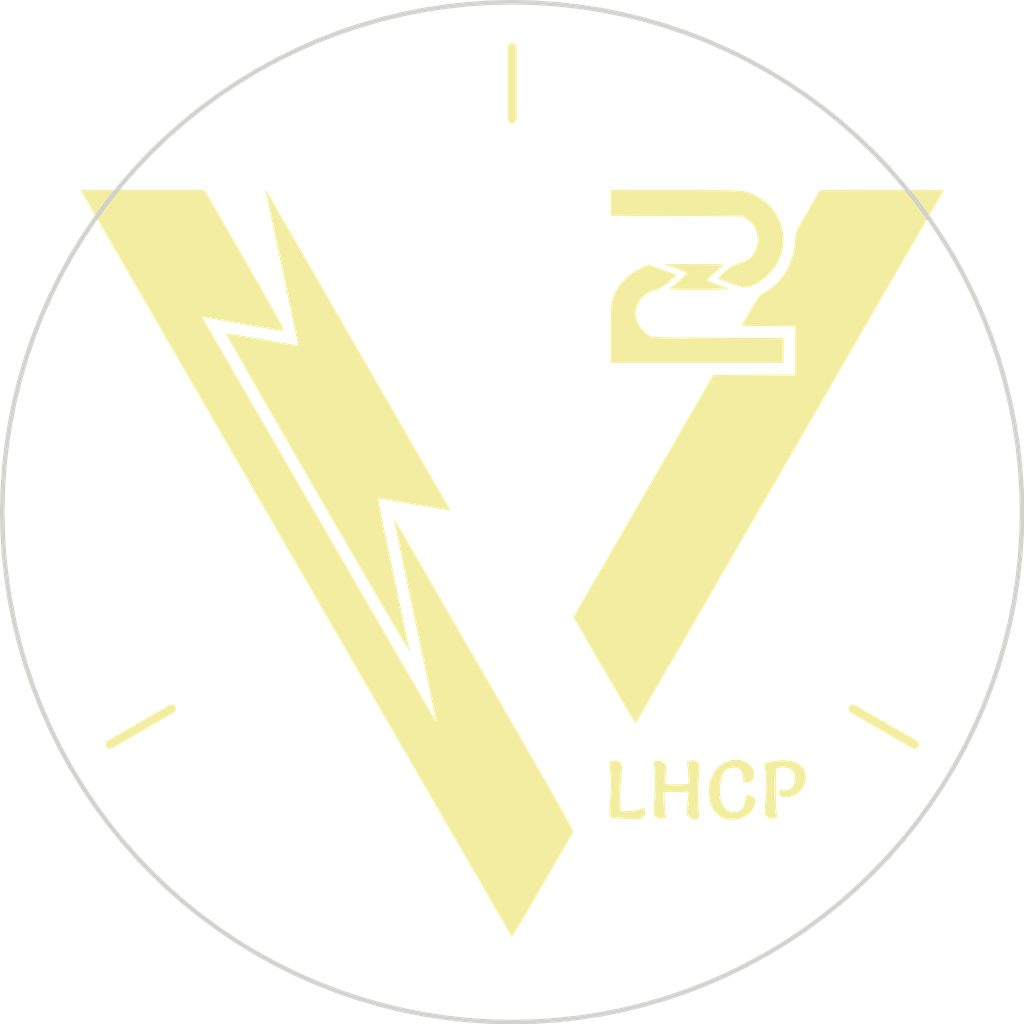
<source format=kicad_pcb>
(kicad_pcb (version 20221018) (generator pcbnew)

  (general
    (thickness 1.6)
  )

  (paper "A4")
  (layers
    (0 "F.Cu" signal)
    (31 "B.Cu" signal)
    (32 "B.Adhes" user "B.Adhesive")
    (33 "F.Adhes" user "F.Adhesive")
    (34 "B.Paste" user)
    (35 "F.Paste" user)
    (36 "B.SilkS" user "B.Silkscreen")
    (37 "F.SilkS" user "F.Silkscreen")
    (38 "B.Mask" user)
    (39 "F.Mask" user)
    (40 "Dwgs.User" user "User.Drawings")
    (41 "Cmts.User" user "User.Comments")
    (42 "Eco1.User" user "User.Eco1")
    (43 "Eco2.User" user "User.Eco2")
    (44 "Edge.Cuts" user)
  )

  (setup
    (pad_to_mask_clearance 0)
    (pcbplotparams
      (layerselection 0x0000020_7ffffffe)
      (plot_on_all_layers_selection 0x0000000_00000000)
      (disableapertmacros false)
      (usegerberextensions true)
      (usegerberattributes false)
      (usegerberadvancedattributes false)
      (creategerberjobfile false)
      (dashed_line_dash_ratio 12.000000)
      (dashed_line_gap_ratio 3.000000)
      (svgprecision 4)
      (plotframeref false)
      (viasonmask false)
      (mode 1)
      (useauxorigin false)
      (hpglpennumber 1)
      (hpglpenspeed 20)
      (hpglpendiameter 15.000000)
      (dxfpolygonmode true)
      (dxfimperialunits true)
      (dxfusepcbnewfont true)
      (psnegative false)
      (psa4output false)
      (plotreference true)
      (plotvalue false)
      (plotinvisibletext false)
      (sketchpadsonfab false)
      (subtractmaskfromsilk true)
      (outputformat 1)
      (mirror false)
      (drillshape 0)
      (scaleselection 1)
      (outputdirectory "C:/Users/ValerioMazzoni/Desktop/")
    )
  )

  (net 0 "")

  (gr_poly
    (pts
      (xy 4.160085 -5.466971)
      (xy 4.284596 -5.465896)
      (xy 4.396705 -5.464226)
      (xy 4.493683 -5.462059)
      (xy 4.572802 -5.459496)
      (xy 4.631333 -5.456635)
      (xy 4.666547 -5.453576)
      (xy 4.674558 -5.452003)
      (xy 4.676015 -5.451211)
      (xy 4.675717 -5.450417)
      (xy 4.653458 -5.430739)
      (xy 4.607189 -5.391415)
      (xy 4.4704 -5.276851)
      (xy 4.451662 -5.261089)
      (xy 4.433607 -5.245613)
      (xy 4.41632 -5.230509)
      (xy 4.399889 -5.215864)
      (xy 4.3844 -5.201765)
      (xy 4.369941 -5.188298)
      (xy 4.356598 -5.17555)
      (xy 4.344458 -5.163609)
      (xy 4.333608 -5.15256)
      (xy 4.324134 -5.142492)
      (xy 4.316125 -5.13349)
      (xy 4.309665 -5.125641)
      (xy 4.304842 -5.119032)
      (xy 4.303072 -5.11622)
      (xy 4.301744 -5.113751)
      (xy 4.300868 -5.111635)
      (xy 4.300456 -5.109884)
      (xy 4.300518 -5.108507)
      (xy 4.301066 -5.107517)
      (xy 4.303823 -5.105517)
      (xy 4.308838 -5.102726)
      (xy 4.325143 -5.094983)
      (xy 4.348989 -5.08471)
      (xy 4.379383 -5.072328)
      (xy 4.455848 -5.042926)
      (xy 4.499934 -5.026749)
      (xy 4.5466 -5.01015)
      (xy 4.592186 -4.993552)
      (xy 4.634673 -4.977375)
      (xy 4.673141 -4.962042)
      (xy 4.706672 -4.947973)
      (xy 4.7213 -4.941545)
      (xy 4.73435 -4.935592)
      (xy 4.745707 -4.930165)
      (xy 4.755257 -4.925319)
      (xy 4.762884 -4.921104)
      (xy 4.768473 -4.917575)
      (xy 4.771911 -4.914784)
      (xy 4.772788 -4.913682)
      (xy 4.773083 -4.912784)
      (xy 4.76969 -4.911198)
      (xy 4.759734 -4.909625)
      (xy 4.721456 -4.906566)
      (xy 4.580731 -4.901142)
      (xy 4.37214 -4.897305)
      (xy 4.116917 -4.89585)
      (xy 3.98541 -4.896144)
      (xy 3.862585 -4.897008)
      (xy 3.751171 -4.898418)
      (xy 3.653895 -4.900349)
      (xy 3.573487 -4.902775)
      (xy 3.512674 -4.905673)
      (xy 3.490469 -4.907291)
      (xy 3.474186 -4.909018)
      (xy 3.464166 -4.91085)
      (xy 3.461611 -4.911804)
      (xy 3.46075 -4.912784)
      (xy 3.461635 -4.91476)
      (xy 3.463466 -4.917484)
      (xy 3.466196 -4.920909)
      (xy 3.469779 -4.924988)
      (xy 3.479316 -4.934922)
      (xy 3.491706 -4.946915)
      (xy 3.506577 -4.960595)
      (xy 3.523555 -4.975589)
      (xy 3.54227 -4.991527)
      (xy 3.56235 -5.008035)
      (xy 3.584533 -5.025381)
      (xy 3.609247 -5.045208)
      (xy 3.635648 -5.066821)
      (xy 3.662891 -5.089526)
      (xy 3.690135 -5.112627)
      (xy 3.716536 -5.135431)
      (xy 3.741249 -5.157242)
      (xy 3.763433 -5.177367)
      (xy 3.86715 -5.266267)
      (xy 3.611034 -5.359401)
      (xy 3.559312 -5.378087)
      (xy 3.511186 -5.395781)
      (xy 3.467675 -5.412085)
      (xy 3.429794 -5.426604)
      (xy 3.39856 -5.438941)
      (xy 3.374992 -5.448697)
      (xy 3.366399 -5.452484)
      (xy 3.360105 -5.455477)
      (xy 3.356235 -5.457627)
      (xy 3.355248 -5.45837)
      (xy 3.354916 -5.458884)
      (xy 3.368641 -5.460463)
      (xy 3.407965 -5.461993)
      (xy 3.552295 -5.464705)
      (xy 3.765682 -5.466623)
      (xy 4.025901 -5.467351)
    )

    (stroke (width 0) (type solid)) (fill solid) (layer "F.SilkS") (tstamp 02a3e984-75f6-4193-bdbc-657c85e7b97d))
  (gr_poly
    (pts
      (xy 5.5757 5.5239)
      (xy 5.601 5.5162)
      (xy 5.6265 5.509)
      (xy 5.6521 5.5023)
      (xy 5.6778 5.4961)
      (xy 5.7036 5.4905)
      (xy 5.7296 5.4854)
      (xy 5.7556 5.4809)
      (xy 5.7818 5.4769)
      (xy 5.808 5.4734)
      (xy 5.8344 5.4705)
      (xy 5.8609 5.4681)
      (xy 5.8875 5.4662)
      (xy 5.9142 5.4649)
      (xy 5.9411 5.4641)
      (xy 5.968 5.4638)
      (xy 5.9947 5.4642)
      (xy 6.0208 5.4652)
      (xy 6.0464 5.467)
      (xy 6.0714 5.4695)
      (xy 6.0958 5.4728)
      (xy 6.1196 5.4767)
      (xy 6.1429 5.4814)
      (xy 6.1656 5.4868)
      (xy 6.1876 5.4928)
      (xy 6.2092 5.4997)
      (xy 6.2301 5.5072)
      (xy 6.2505 5.5154)
      (xy 6.2703 5.5244)
      (xy 6.2895 5.5341)
      (xy 6.3081 5.5445)
      (xy 6.3262 5.5556)
      (xy 6.3434 5.5675)
      (xy 6.3595 5.5801)
      (xy 6.3745 5.5934)
      (xy 6.3884 5.6076)
      (xy 6.4012 5.6225)
      (xy 6.4129 5.6381)
      (xy 6.4234 5.6545)
      (xy 6.4329 5.6717)
      (xy 6.4412 5.6896)
      (xy 6.4484 5.7083)
      (xy 6.4545 5.7278)
      (xy 6.4595 5.748)
      (xy 6.4634 5.7689)
      (xy 6.4662 5.7907)
      (xy 6.4678 5.8132)
      (xy 6.4684 5.8364)
      (xy 6.4679 5.8598)
      (xy 6.4663 5.8827)
      (xy 6.4637 5.9052)
      (xy 6.4601 5.9271)
      (xy 6.4554 5.9486)
      (xy 6.4497 5.9697)
      (xy 6.4429 5.9902)
      (xy 6.4351 6.0103)
      (xy 6.4263 6.0299)
      (xy 6.4164 6.0491)
      (xy 6.4054 6.0678)
      (xy 6.3935 6.086)
      (xy 6.3805 6.1037)
      (xy 6.3664 6.121)
      (xy 6.3513 6.1378)
      (xy 6.3352 6.1541)
      (xy 6.3183 6.1697)
      (xy 6.3011 6.1843)
      (xy 6.2834 6.1978)
      (xy 6.2652 6.2104)
      (xy 6.2467 6.222)
      (xy 6.2277 6.2325)
      (xy 6.2083 6.2421)
      (xy 6.1885 6.2506)
      (xy 6.1683 6.2582)
      (xy 6.1476 6.2647)
      (xy 6.1265 6.2702)
      (xy 6.105 6.2748)
      (xy 6.0831 6.2783)
      (xy 6.0608 6.2808)
      (xy 6.038 6.2823)
      (xy 6.0148 6.2828)
      (xy 5.9982 6.2824)
      (xy 5.9827 6.2812)
      (xy 5.9683 6.2791)
      (xy 5.955 6.2763)
      (xy 5.9427 6.2726)
      (xy 5.9314 6.2681)
      (xy 5.9213 6.2628)
      (xy 5.9122 6.2567)
      (xy 5.9042 6.2498)
      (xy 5.8972 6.242)
      (xy 5.8914 6.2335)
      (xy 5.8866 6.2241)
      (xy 5.8828 6.2139)
      (xy 5.8801 6.2029)
      (xy 5.8785 6.191)
      (xy 5.878 6.1784)
      (xy 5.878 6.1743)
      (xy 5.8782 6.1702)
      (xy 5.8784 6.1661)
      (xy 5.8788 6.162)
      (xy 5.8792 6.1578)
      (xy 5.8798 6.1536)
      (xy 5.8804 6.1494)
      (xy 5.8812 6.1451)
      (xy 5.882 6.1408)
      (xy 5.8829 6.1365)
      (xy 5.884 6.1321)
      (xy 5.8851 6.1278)
      (xy 5.8863 6.1234)
      (xy 5.8876 6.1189)
      (xy 5.8891 6.1145)
      (xy 5.8906 6.11)
      (xy 5.8966 6.1115)
      (xy 5.9026 6.113)
      (xy 5.9085 6.1143)
      (xy 5.9143 6.1155)
      (xy 5.9201 6.1166)
      (xy 5.9258 6.1177)
      (xy 5.9314 6.1186)
      (xy 5.937 6.1194)
      (xy 5.9424 6.1202)
      (xy 5.9478 6.1208)
      (xy 5.9532 6.1214)
      (xy 5.9584 6.1218)
      (xy 5.9636 6.1222)
      (xy 5.9688 6.1224)
      (xy 5.9738 6.1226)
      (xy 5.9788 6.1226)
      (xy 5.9941 6.1223)
      (xy 6.0089 6.1215)
      (xy 6.0233 6.1202)
      (xy 6.0371 6.1183)
      (xy 6.0505 6.1159)
      (xy 6.0635 6.113)
      (xy 6.0759 6.1095)
      (xy 6.0879 6.1055)
      (xy 6.0994 6.101)
      (xy 6.1105 6.0959)
      (xy 6.1211 6.0903)
      (xy 6.1312 6.0841)
      (xy 6.1408 6.0774)
      (xy 6.15 6.0702)
      (xy 6.1587 6.0625)
      (xy 6.1669 6.0542)
      (xy 6.1746 6.0454)
      (xy 6.1819 6.0363)
      (xy 6.1886 6.0267)
      (xy 6.1949 6.0167)
      (xy 6.2006 6.0063)
      (xy 6.2058 5.9954)
      (xy 6.2106 5.9842)
      (xy 6.2148 5.9725)
      (xy 6.2186 5.9604)
      (xy 6.2218 5.948)
      (xy 6.2246 5.9351)
      (xy 6.2268 5.9217)
      (xy 6.2286 5.908)
      (xy 6.2298 5.8938)
      (xy 6.2306 5.8793)
      (xy 6.2308 5.8643)
      (xy 6.2305 5.8494)
      (xy 6.2297 5.8349)
      (xy 6.2284 5.8209)
      (xy 6.2265 5.8074)
      (xy 6.2241 5.7944)
      (xy 6.2212 5.7819)
      (xy 6.2177 5.7699)
      (xy 6.2137 5.7583)
      (xy 6.2092 5.7473)
      (xy 6.2041 5.7367)
      (xy 6.1985 5.7266)
      (xy 6.1923 5.717)
      (xy 6.1856 5.7079)
      (xy 6.1784 5.6992)
      (xy 6.1707 5.6911)
      (xy 6.1624 5.6834)
      (xy 6.1536 5.6762)
      (xy 6.1445 5.6695)
      (xy 6.1349 5.6632)
      (xy 6.1248 5.6574)
      (xy 6.1144 5.6521)
      (xy 6.1035 5.6472)
      (xy 6.0922 5.6428)
      (xy 6.0805 5.6388)
      (xy 6.0684 5.6354)
      (xy 6.0558 5.6324)
      (xy 6.0428 5.6298)
      (xy 6.0294 5.6277)
      (xy 6.0156 5.6261)
      (xy 6.0014 5.6249)
      (xy 5.9867 5.6242)
      (xy 5.9716 5.624)
      (xy 5.9636 5.6241)
      (xy 5.9554 5.6243)
      (xy 5.947 5.6248)
      (xy 5.9384 5.6254)
      (xy 5.9296 5.6261)
      (xy 5.9206 5.627)
      (xy 5.9113 5.6281)
      (xy 5.9019 5.6294)
      (xy 5.8922 5.6308)
      (xy 5.8823 5.6324)
      (xy 5.8722 5.6342)
      (xy 5.8619 5.6362)
      (xy 5.8514 5.6383)
      (xy 5.8407 5.6405)
      (xy 5.8297 5.643)
      (xy 5.8186 5.6456)
      (xy 5.8169 5.6731)
      (xy 5.8152 5.7002)
      (xy 5.8137 5.7269)
      (xy 5.8123 5.7531)
      (xy 5.811 5.7791)
      (xy 5.8098 5.8046)
      (xy 5.8088 5.8297)
      (xy 5.8078 5.8544)
      (xy 5.807 5.8787)
      (xy 5.8062 5.9027)
      (xy 5.8056 5.9262)
      (xy 5.8051 5.9494)
      (xy 5.8047 5.9721)
      (xy 5.8044 5.9945)
      (xy 5.8043 6.0164)
      (xy 5.8042 6.038)
      (xy 5.8043 6.0968)
      (xy 5.8048 6.1536)
      (xy 5.8055 6.2082)
      (xy 5.8066 6.2609)
      (xy 5.8079 6.3114)
      (xy 5.8095 6.3599)
      (xy 5.8114 6.4063)
      (xy 5.8137 6.4506)
      (xy 5.8162 6.4929)
      (xy 5.819 6.5331)
      (xy 5.8221 6.5713)
      (xy 5.8255 6.6074)
      (xy 5.8292 6.6414)
      (xy 5.8331 6.6733)
      (xy 5.8374 6.7032)
      (xy 5.842 6.731)
      (xy 5.8348 6.7336)
      (xy 5.8275 6.7361)
      (xy 5.8201 6.7383)
      (xy 5.8128 6.7404)
      (xy 5.8053 6.7424)
      (xy 5.7978 6.7442)
      (xy 5.7902 6.7458)
      (xy 5.7826 6.7472)
      (xy 5.7749 6.7485)
      (xy 5.7672 6.7496)
      (xy 5.7594 6.7505)
      (xy 5.7516 6.7512)
      (xy 5.7436 6.7518)
      (xy 5.7357 6.7523)
      (xy 5.7277 6.7525)
      (xy 5.7196 6.7526)
      (xy 5.7116 6.7524)
      (xy 5.7037 6.752)
      (xy 5.6959 6.7511)
      (xy 5.6883 6.75)
      (xy 5.6808 6.7486)
      (xy 5.6734 6.7468)
      (xy 5.6662 6.7447)
      (xy 5.6591 6.7422)
      (xy 5.6521 6.7395)
      (xy 5.6453 6.7364)
      (xy 5.6386 6.733)
      (xy 5.632 6.7293)
      (xy 5.6256 6.7253)
      (xy 5.6193 6.7209)
      (xy 5.6131 6.7162)
      (xy 5.6071 6.7112)
      (xy 5.6013 6.7059)
      (xy 5.5959 6.7004)
      (xy 5.5909 6.6947)
      (xy 5.5862 6.6888)
      (xy 5.5819 6.6827)
      (xy 5.578 6.6764)
      (xy 5.5745 6.6698)
      (xy 5.5713 6.663)
      (xy 5.5685 6.6561)
      (xy 5.5661 6.6489)
      (xy 5.5641 6.6415)
      (xy 5.5624 6.6339)
      (xy 5.5611 6.6261)
      (xy 5.5601 6.6181)
      (xy 5.5596 6.6098)
      (xy 5.5594 6.6014)
      (xy 5.5595 6.5925)
      (xy 5.5597 6.5827)
      (xy 5.56 6.5722)
      (xy 5.5605 6.5608)
      (xy 5.5612 6.5487)
      (xy 5.5619 6.5358)
      (xy 5.5628 6.5221)
      (xy 5.5639 6.5076)
      (xy 5.5651 6.4923)
      (xy 5.5664 6.4762)
      (xy 5.5679 6.4593)
      (xy 5.5695 6.4416)
      (xy 5.5713 6.4231)
      (xy 5.5732 6.4038)
      (xy 5.5752 6.3838)
      (xy 5.5774 6.3629)
      (xy 5.5796 6.3419)
      (xy 5.5816 6.3214)
      (xy 5.5835 6.3015)
      (xy 5.5853 6.2821)
      (xy 5.5869 6.2632)
      (xy 5.5884 6.2448)
      (xy 5.5897 6.227)
      (xy 5.5909 6.2097)
      (xy 5.592 6.1929)
      (xy 5.5929 6.1766)
      (xy 5.5936 6.1609)
      (xy 5.5943 6.1457)
      (xy 5.5948 6.131)
      (xy 5.5951 6.1169)
      (xy 5.5953 6.1033)
      (xy 5.5954 6.0902)
      (xy 5.5952 6.0513)
      (xy 5.5947 6.013)
      (xy 5.5938 5.9752)
      (xy 5.5926 5.9379)
      (xy 5.591 5.9011)
      (xy 5.5891 5.8649)
      (xy 5.5868 5.8292)
      (xy 5.5842 5.7941)
      (xy 5.5812 5.7595)
      (xy 5.5778 5.7254)
      (xy 5.5741 5.6919)
      (xy 5.5701 5.6589)
      (xy 5.5657 5.6264)
      (xy 5.5609 5.5945)
      (xy 5.5558 5.5631)
      (xy 5.5504 5.5322)
    )

    (stroke (width 0) (type solid)) (fill solid) (layer "F.SilkS") (tstamp 10eab55a-7988-4266-86bc-f43c3d57a194))
  (gr_line (start 8.8606 5.1157) (end 7.5058 4.3335)
    (stroke (width 0.2) (type solid)) (layer "F.SilkS") (tstamp 1b39f160-7261-4e70-af26-9c63c2b5f847))
  (gr_poly
    (pts
      (xy -5.424105 -7.092041)
      (xy -5.423429 -7.091892)
      (xy -5.422716 -7.091644)
      (xy -5.421967 -7.091297)
      (xy -5.421182 -7.09085)
      (xy -5.420362 -7.090304)
      (xy -5.419508 -7.089659)
      (xy -5.41862 -7.088915)
      (xy -5.4177 -7.088072)
      (xy -5.416749 -7.087129)
      (xy -5.415766 -7.086088)
      (xy -5.414753 -7.084947)
      (xy -5.412639 -7.082367)
      (xy -5.410414 -7.079391)
      (xy -5.408083 -7.076017)
      (xy -1.35255 -0.033867)
      (xy -1.369277 -0.035252)
      (xy -1.41572 -0.042168)
      (xy -1.584855 -0.070115)
      (xy -2.137834 -0.165101)
      (xy -2.442997 -0.218381)
      (xy -2.696369 -0.261144)
      (xy -2.871556 -0.289223)
      (xy -2.921583 -0.296454)
      (xy -2.942167 -0.29845)
      (xy -2.941518 -0.269235)
      (xy -2.92864 -0.185771)
      (xy -2.86729 0.137847)
      (xy -2.760299 0.6603)
      (xy -2.60985 1.369482)
      (xy -2.472829 2.017811)
      (xy -2.361406 2.554022)
      (xy -2.286893 2.922355)
      (xy -2.267012 3.026142)
      (xy -2.2606 3.067049)
      (xy -2.422161 2.804648)
      (xy -2.859352 2.061632)
      (xy -4.294716 -0.410635)
      (xy -5.722938 -2.89613)
      (xy -6.154473 -3.655087)
      (xy -6.309784 -3.937)
      (xy -6.291292 -3.937187)
      (xy -6.242811 -3.931742)
      (xy -6.069277 -3.906045)
      (xy -5.815972 -3.864075)
      (xy -5.509683 -3.810001)
      (xy -5.202899 -3.75672)
      (xy -4.950883 -3.713957)
      (xy -4.77983 -3.685878)
      (xy -4.73285 -3.678648)
      (xy -4.715933 -3.676651)
      (xy -4.818062 -4.175655)
      (xy -5.069417 -5.369984)
      (xy -5.323946 -6.568282)
      (xy -5.401006 -6.93893)
      (xy -5.42925 -7.082367)
      (xy -5.429226 -7.083706)
      (xy -5.429152 -7.084947)
      (xy -5.42903 -7.086088)
      (xy -5.428862 -7.08713)
      (xy -5.428646 -7.088072)
      (xy -5.428385 -7.088915)
      (xy -5.428079 -7.08966)
      (xy -5.427729 -7.090304)
      (xy -5.427335 -7.09085)
      (xy -5.426899 -7.091297)
      (xy -5.426421 -7.091644)
      (xy -5.425901 -7.091892)
      (xy -5.425342 -7.092041)
      (xy -5.424743 -7.09209)
    )

    (stroke (width 0) (type solid)) (fill solid) (layer "F.SilkS") (tstamp 3ac3e295-6078-4449-93ce-078667db5459))
  (gr_poly
    (pts
      (xy 9.283699 -6.701368)
      (xy 5.894915 -0.83185)
      (xy 3.660775 3.036887)
      (xy 2.722033 4.654549)
      (xy 2.688658 4.607834)
      (xy 2.601879 4.467357)
      (xy 2.300552 3.960283)
      (xy 1.88294 3.243659)
      (xy 1.413933 2.427816)
      (xy 1.3462 2.311399)
      (xy 2.887133 -0.355601)
      (xy 4.42595 -3.0226)
      (xy 5.329766 -3.028951)
      (xy 6.233584 -3.033184)
      (xy 6.233584 -4.091517)
      (xy 5.643033 -4.09575)
      (xy 5.050366 -4.1021)
      (xy 5.240867 -4.436534)
      (xy 5.299513 -4.536873)
      (xy 5.324461 -4.578949)
      (xy 5.346898 -4.616153)
      (xy 5.367127 -4.64888)
      (xy 5.385453 -4.677524)
      (xy 5.402178 -4.702478)
      (xy 5.417608 -4.724136)
      (xy 5.424931 -4.733852)
      (xy 5.432045 -4.742892)
      (xy 5.438987 -4.751305)
      (xy 5.445794 -4.75914)
      (xy 5.452506 -4.766446)
      (xy 5.459159 -4.773273)
      (xy 5.465792 -4.779669)
      (xy 5.472443 -4.785685)
      (xy 5.479149 -4.791369)
      (xy 5.48595 -4.79677)
      (xy 5.492882 -4.801938)
      (xy 5.499984 -4.806922)
      (xy 5.51485 -4.816534)
      (xy 5.53085 -4.826001)
      (xy 5.598545 -4.866858)
      (xy 5.662737 -4.910068)
      (xy 5.723443 -4.955654)
      (xy 5.780683 -5.003636)
      (xy 5.834475 -5.054036)
      (xy 5.884838 -5.106877)
      (xy 5.93179 -5.162179)
      (xy 5.97535 -5.219965)
      (xy 6.015536 -5.280257)
      (xy 6.052368 -5.343075)
      (xy 6.085864 -5.408442)
      (xy 6.116042 -5.476379)
      (xy 6.142921 -5.546909)
      (xy 6.166519 -5.620052)
      (xy 6.186856 -5.695831)
      (xy 6.203949 -5.774267)
      (xy 6.210084 -5.806641)
      (xy 6.215724 -5.841174)
      (xy 6.220767 -5.876847)
      (xy 6.225117 -5.912644)
      (xy 6.228672 -5.947549)
      (xy 6.231335 -5.980543)
      (xy 6.233005 -6.01061)
      (xy 6.233584 -6.036733)
      (xy 6.234721 -6.074689)
      (xy 6.236639 -6.092837)
      (xy 6.239901 -6.111379)
      (xy 6.244836 -6.131025)
      (xy 6.251778 -6.152485)
      (xy 6.261057 -6.176468)
      (xy 6.273007 -6.203686)
      (xy 6.306241 -6.270663)
      (xy 6.354134 -6.359096)
      (xy 6.419342 -6.474665)
      (xy 6.504517 -6.623051)
      (xy 6.773333 -7.095067)
      (xy 8.142816 -7.097184)
      (xy 9.512299 -7.097184)
    )

    (stroke (width 0) (type solid)) (fill solid) (layer "F.SilkS") (tstamp 4142ab0f-17d1-41f8-be9c-2b5dc6c4992e))
  (gr_poly
    (pts
      (xy 3.050315 -5.43716)
      (xy 3.119834 -5.413277)
      (xy 3.324754 -5.340086)
      (xy 3.52888 -5.264912)
      (xy 3.597407 -5.238548)
      (xy 3.625851 -5.226051)
      (xy 3.62527 -5.224428)
      (xy 3.622795 -5.221206)
      (xy 3.612521 -5.210308)
      (xy 3.595749 -5.194052)
      (xy 3.573197 -5.173134)
      (xy 3.545585 -5.148246)
      (xy 3.513633 -5.120085)
      (xy 3.478059 -5.089343)
      (xy 3.439583 -5.056717)
      (xy 3.39152 -5.018204)
      (xy 3.369494 -5.001)
      (xy 3.348765 -4.985148)
      (xy 3.3293 -4.970635)
      (xy 3.31107 -4.957449)
      (xy 3.294042 -4.945578)
      (xy 3.278187 -4.935009)
      (xy 3.263473 -4.92573)
      (xy 3.249869 -4.917728)
      (xy 3.237343 -4.910991)
      (xy 3.225866 -4.905507)
      (xy 3.215406 -4.901264)
      (xy 3.205932 -4.898248)
      (xy 3.201554 -4.897196)
      (xy 3.197412 -4.896447)
      (xy 3.193501 -4.895999)
      (xy 3.189817 -4.89585)
      (xy 3.180855 -4.895574)
      (xy 3.171456 -4.894759)
      (xy 3.151477 -4.891588)
      (xy 3.130146 -4.886488)
      (xy 3.10773 -4.879611)
      (xy 3.084495 -4.87111)
      (xy 3.060708 -4.861136)
      (xy 3.036636 -4.849841)
      (xy 3.012546 -4.837377)
      (xy 2.988703 -4.823896)
      (xy 2.965375 -4.809551)
      (xy 2.942829 -4.794492)
      (xy 2.921331 -4.778871)
      (xy 2.901147 -4.762842)
      (xy 2.882544 -4.746555)
      (xy 2.86579 -4.730162)
      (xy 2.85115 -4.713817)
      (xy 2.838514 -4.697782)
      (xy 2.826064 -4.679996)
      (xy 2.813887 -4.66069)
      (xy 2.80207 -4.640097)
      (xy 2.790699 -4.618451)
      (xy 2.779861 -4.595982)
      (xy 2.769644 -4.572925)
      (xy 2.760133 -4.549511)
      (xy 2.751417 -4.525973)
      (xy 2.74358 -4.502543)
      (xy 2.736712 -4.479455)
      (xy 2.730897 -4.45694)
      (xy 2.726223 -4.435231)
      (xy 2.722778 -4.414561)
      (xy 2.720646 -4.395162)
      (xy 2.719917 -4.377267)
      (xy 2.720317 -4.360678)
      (xy 2.721503 -4.343872)
      (xy 2.723456 -4.326881)
      (xy 2.726155 -4.309736)
      (xy 2.729582 -4.292469)
      (xy 2.733716 -4.275111)
      (xy 2.738538 -4.257693)
      (xy 2.744027 -4.240246)
      (xy 2.75693 -4.205394)
      (xy 2.772267 -4.170805)
      (xy 2.78988 -4.136731)
      (xy 2.80961 -4.103423)
      (xy 2.831301 -4.071132)
      (xy 2.854792 -4.04011)
      (xy 2.879927 -4.010606)
      (xy 2.906547 -3.982873)
      (xy 2.934494 -3.957161)
      (xy 2.948916 -3.945142)
      (xy 2.96361 -3.933722)
      (xy 2.978557 -3.922934)
      (xy 2.993737 -3.912808)
      (xy 3.00913 -3.903375)
      (xy 3.024716 -3.894668)
      (xy 3.056425 -3.879284)
      (xy 3.098204 -3.867647)
      (xy 3.167666 -3.859135)
      (xy 3.28242 -3.853128)
      (xy 3.718255 -3.846149)
      (xy 4.5466 -3.841751)
      (xy 5.979583 -3.835401)
      (xy 5.979583 -3.287184)
      (xy 2.169583 -3.287184)
      (xy 2.169583 -3.907367)
      (xy 2.170249 -4.13299)
      (xy 2.171271 -4.227868)
      (xy 2.172923 -4.312179)
      (xy 2.175332 -4.386966)
      (xy 2.178624 -4.453269)
      (xy 2.182927 -4.51213)
      (xy 2.188368 -4.564592)
      (xy 2.195075 -4.611696)
      (xy 2.203173 -4.654485)
      (xy 2.21279 -4.693999)
      (xy 2.224054 -4.73128)
      (xy 2.237092 -4.767371)
      (xy 2.25203 -4.803313)
      (xy 2.268996 -4.840148)
      (xy 2.288116 -4.878918)
      (xy 2.310448 -4.919462)
      (xy 2.336002 -4.959988)
      (xy 2.364526 -5.000278)
      (xy 2.395769 -5.040115)
      (xy 2.42948 -5.079282)
      (xy 2.465408 -5.117563)
      (xy 2.503302 -5.15474)
      (xy 2.54291 -5.190596)
      (xy 2.583982 -5.224914)
      (xy 2.626267 -5.257478)
      (xy 2.669512 -5.288069)
      (xy 2.713467 -5.316472)
      (xy 2.757882 -5.342468)
      (xy 2.802504 -5.365841)
      (xy 2.847082 -5.386374)
      (xy 2.891366 -5.40385)
      (xy 2.914799 -5.412268)
      (xy 2.937139 -5.41999)
      (xy 2.957893 -5.426919)
      (xy 2.976562 -5.432955)
      (xy 2.992652 -5.437999)
      (xy 3.005667 -5.441951)
      (xy 3.020483 -5.446185)
    )

    (stroke (width 0) (type solid)) (fill solid) (layer "F.SilkS") (tstamp 64958c3f-85fb-49e0-85d5-74978a6d36fd))
  (gr_poly
    (pts
      (xy -5.9182 -5.6134)
      (xy -5.666457 -5.175184)
      (xy -5.462786 -4.817931)
      (xy -5.303466 -4.534694)
      (xy -5.239274 -4.418662)
      (xy -5.184775 -4.31853)
      (xy -5.139503 -4.233429)
      (xy -5.102994 -4.162492)
      (xy -5.074782 -4.10485)
      (xy -5.054402 -4.059635)
      (xy -5.041388 -4.025979)
      (xy -5.037499 -4.013215)
      (xy -5.035277 -4.003014)
      (xy -5.034664 -3.99527)
      (xy -5.035603 -3.989872)
      (xy -5.038034 -3.986713)
      (xy -5.0419 -3.985684)
      (xy -5.904177 -4.134115)
      (xy -6.790267 -4.290483)
      (xy -6.79204 -4.290862)
      (xy -6.793785 -4.291203)
      (xy -6.795501 -4.291508)
      (xy -6.797183 -4.291778)
      (xy -6.79883 -4.292011)
      (xy -6.800438 -4.292209)
      (xy -6.802005 -4.292372)
      (xy -6.803529 -4.292501)
      (xy -6.805006 -4.292596)
      (xy -6.806434 -4.292657)
      (xy -6.807809 -4.292684)
      (xy -6.809131 -4.292679)
      (xy -6.810394 -4.292641)
      (xy -6.811598 -4.292571)
      (xy -6.812739 -4.292469)
      (xy -6.813815 -4.292336)
      (xy -6.814822 -4.292172)
      (xy -6.815758 -4.291977)
      (xy -6.816621 -4.291752)
      (xy -6.817407 -4.291497)
      (xy -6.818114 -4.291212)
      (xy -6.81874 -4.290899)
      (xy -6.819281 -4.290557)
      (xy -6.819735 -4.290186)
      (xy -6.820099 -4.289788)
      (xy -6.82037 -4.289362)
      (xy -6.820546 -4.288909)
      (xy -6.820624 -4.288429)
      (xy -6.820601 -4.287923)
      (xy -6.820474 -4.287391)
      (xy -6.820242 -4.286834)
      (xy -6.8199 -4.286251)
      (xy -1.670051 4.624916)
      (xy -2.13995 2.387599)
      (xy -2.472002 0.809095)
      (xy -2.571254 0.327223)
      (xy -2.605617 0.148166)
      (xy -2.605041 0.148083)
      (xy -2.604116 0.148618)
      (xy -2.601251 0.151482)
      (xy -2.591726 0.163975)
      (xy -2.577637 0.184703)
      (xy -2.559579 0.212724)
      (xy -2.513939 0.286874)
      (xy -2.459567 0.378883)
      (xy -0.47625 3.814232)
      (xy 0.38778 5.314552)
      (xy 0.705854 5.870293)
      (xy 0.954352 6.307666)
      (xy 1.13806 6.635104)
      (xy 1.261765 6.861041)
      (xy 1.330255 6.993912)
      (xy 1.34529 7.028082)
      (xy 1.348267 7.037562)
      (xy 1.348317 7.042148)
      (xy 0.666749 8.223249)
      (xy 0.408516 8.668377)
      (xy 0.194733 9.029963)
      (xy 0.111456 9.167956)
      (xy 0.047625 9.271297)
      (xy 0.006019 9.335396)
      (xy -0.005582 9.351296)
      (xy -0.008929 9.354958)
      (xy -0.010584 9.355665)
      (xy -3.725333 2.925232)
      (xy -8.468783 -5.293785)
      (xy -9.510183 -7.097184)
      (xy -6.773333 -7.097184)
    )

    (stroke (width 0) (type solid)) (fill solid) (layer "F.SilkS") (tstamp 99add738-1e28-43ba-af07-e83357cf2ef3))
  (gr_poly
    (pts
      (xy 2.1406 5.4936)
      (xy 2.1479 5.4911)
      (xy 2.1553 5.4889)
      (xy 2.1628 5.4868)
      (xy 2.1703 5.4848)
      (xy 2.1779 5.483)
      (xy 2.1855 5.4814)
      (xy 2.1933 5.48)
      (xy 2.201 5.4787)
      (xy 2.2089 5.4776)
      (xy 2.2169 5.4767)
      (xy 2.2249 5.476)
      (xy 2.2329 5.4754)
      (xy 2.2411 5.4749)
      (xy 2.2493 5.4747)
      (xy 2.2576 5.4746)
      (xy 2.277 5.4752)
      (xy 2.2951 5.4769)
      (xy 2.312 5.4797)
      (xy 2.3277 5.4837)
      (xy 2.3421 5.4888)
      (xy 2.3552 5.4951)
      (xy 2.3671 5.5025)
      (xy 2.3778 5.511)
      (xy 2.3871 5.5207)
      (xy 2.3953 5.5316)
      (xy 2.4022 5.5435)
      (xy 2.4078 5.5566)
      (xy 2.4122 5.5709)
      (xy 2.4153 5.5862)
      (xy 2.4172 5.6027)
      (xy 2.4178 5.6204)
      (xy 2.4177 5.6307)
      (xy 2.4175 5.6418)
      (xy 2.4172 5.6537)
      (xy 2.4167 5.6664)
      (xy 2.416 5.6798)
      (xy 2.4153 5.6941)
      (xy 2.4144 5.7092)
      (xy 2.4133 5.725)
      (xy 2.4121 5.7417)
      (xy 2.4108 5.7591)
      (xy 2.4093 5.7774)
      (xy 2.4077 5.7964)
      (xy 2.4059 5.8162)
      (xy 2.404 5.8369)
      (xy 2.402 5.8583)
      (xy 2.3998 5.8805)
      (xy 2.3976 5.9032)
      (xy 2.3956 5.9259)
      (xy 2.3937 5.9488)
      (xy 2.3919 5.9718)
      (xy 2.3903 5.9949)
      (xy 2.3888 6.0181)
      (xy 2.3875 6.0414)
      (xy 2.3863 6.0648)
      (xy 2.3852 6.0883)
      (xy 2.3843 6.1119)
      (xy 2.3836 6.1356)
      (xy 2.3829 6.1594)
      (xy 2.3824 6.1834)
      (xy 2.3821 6.2074)
      (xy 2.3819 6.2316)
      (xy 2.3818 6.2558)
      (xy 2.3818 6.2798)
      (xy 2.382 6.3034)
      (xy 2.3822 6.3264)
      (xy 2.3826 6.3488)
      (xy 2.383 6.3708)
      (xy 2.3836 6.3922)
      (xy 2.3842 6.4132)
      (xy 2.385 6.4336)
      (xy 2.3858 6.4534)
      (xy 2.3867 6.4728)
      (xy 2.3878 6.4916)
      (xy 2.3889 6.5099)
      (xy 2.3901 6.5277)
      (xy 2.3914 6.545)
      (xy 2.3929 6.5618)
      (xy 2.3944 6.578)
      (xy 2.4005 6.5787)
      (xy 2.4066 6.5793)
      (xy 2.4126 6.5798)
      (xy 2.4187 6.5804)
      (xy 2.4248 6.5808)
      (xy 2.4309 6.5813)
      (xy 2.4369 6.5817)
      (xy 2.443 6.582)
      (xy 2.4491 6.5824)
      (xy 2.4552 6.5826)
      (xy 2.4612 6.5829)
      (xy 2.4673 6.5831)
      (xy 2.4734 6.5832)
      (xy 2.4795 6.5833)
      (xy 2.4855 6.5834)
      (xy 2.4916 6.5834)
      (xy 2.5211 6.5831)
      (xy 2.5501 6.5822)
      (xy 2.5787 6.5806)
      (xy 2.6068 6.5784)
      (xy 2.6345 6.5757)
      (xy 2.6617 6.5723)
      (xy 2.6885 6.5682)
      (xy 2.7148 6.5636)
      (xy 2.7407 6.5583)
      (xy 2.7661 6.5525)
      (xy 2.7911 6.546)
      (xy 2.8156 6.5388)
      (xy 2.8397 6.5311)
      (xy 2.8633 6.5228)
      (xy 2.8865 6.5138)
      (xy 2.9092 6.5042)
      (xy 2.9118 6.5103)
      (xy 2.9143 6.5165)
      (xy 2.9165 6.5229)
      (xy 2.9187 6.5293)
      (xy 2.9206 6.5358)
      (xy 2.9224 6.5424)
      (xy 2.924 6.5491)
      (xy 2.9254 6.556)
      (xy 2.9267 6.5629)
      (xy 2.9278 6.5699)
      (xy 2.9287 6.577)
      (xy 2.9295 6.5842)
      (xy 2.93 6.5915)
      (xy 2.9305 6.5989)
      (xy 2.9307 6.6064)
      (xy 2.9308 6.614)
      (xy 2.9306 6.6216)
      (xy 2.9301 6.629)
      (xy 2.9293 6.6363)
      (xy 2.9282 6.6435)
      (xy 2.9267 6.6506)
      (xy 2.9249 6.6575)
      (xy 2.9227 6.6643)
      (xy 2.9202 6.6709)
      (xy 2.9174 6.6774)
      (xy 2.9143 6.6838)
      (xy 2.9108 6.6901)
      (xy 2.907 6.6962)
      (xy 2.9029 6.7022)
      (xy 2.8984 6.708)
      (xy 2.8936 6.7137)
      (xy 2.8885 6.7193)
      (xy 2.8831 6.7246)
      (xy 2.8776 6.7296)
      (xy 2.872 6.7343)
      (xy 2.8662 6.7386)
      (xy 2.8602 6.7426)
      (xy 2.8541 6.7462)
      (xy 2.8479 6.7494)
      (xy 2.8415 6.7524)
      (xy 2.8349 6.755)
      (xy 2.8282 6.7572)
      (xy 2.8214 6.7591)
      (xy 2.8144 6.7606)
      (xy 2.8073 6.7618)
      (xy 2.8 6.7627)
      (xy 2.7926 6.7632)
      (xy 2.785 6.7634)
      (xy 2.7678 6.7633)
      (xy 2.7483 6.7631)
      (xy 2.7264 6.7626)
      (xy 2.7021 6.762)
      (xy 2.6754 6.7613)
      (xy 2.6464 6.7604)
      (xy 2.6149 6.7593)
      (xy 2.5812 6.758)
      (xy 2.545 6.7566)
      (xy 2.5064 6.755)
      (xy 2.4655 6.7532)
      (xy 2.4222 6.7512)
      (xy 2.3765 6.7491)
      (xy 2.3284 6.7469)
      (xy 2.278 6.7444)
      (xy 2.2252 6.7418)
      (xy 2.221 6.7415)
      (xy 2.2168 6.7411)
      (xy 2.2127 6.7405)
      (xy 2.2087 6.7398)
      (xy 2.2047 6.739)
      (xy 2.2008 6.738)
      (xy 2.197 6.737)
      (xy 2.1933 6.7357)
      (xy 2.1896 6.7344)
      (xy 2.186 6.7329)
      (xy 2.1824 6.7312)
      (xy 2.179 6.7295)
      (xy 2.1756 6.7276)
      (xy 2.1722 6.7256)
      (xy 2.169 6.7234)
      (xy 2.1658 6.7211)
      (xy 2.1627 6.7187)
      (xy 2.1599 6.7162)
      (xy 2.1572 6.7137)
      (xy 2.1548 6.711)
      (xy 2.1525 6.7083)
      (xy 2.1504 6.7055)
      (xy 2.1486 6.7027)
      (xy 2.1469 6.6997)
      (xy 2.1454 6.6967)
      (xy 2.1441 6.6936)
      (xy 2.1431 6.6904)
      (xy 2.1422 6.6872)
      (xy 2.1415 6.6839)
      (xy 2.141 6.6804)
      (xy 2.1407 6.677)
      (xy 2.1406 6.6734)
      (xy 2.1407 6.661)
      (xy 2.1408 6.6475)
      (xy 2.1411 6.633)
      (xy 2.1416 6.6175)
      (xy 2.1421 6.6009)
      (xy 2.1428 6.5834)
      (xy 2.1435 6.5648)
      (xy 2.1444 6.5452)
      (xy 2.1454 6.5245)
      (xy 2.1466 6.5028)
      (xy 2.1478 6.4801)
      (xy 2.1492 6.4564)
      (xy 2.1507 6.4316)
      (xy 2.1523 6.4058)
      (xy 2.154 6.379)
      (xy 2.1559 6.3512)
      (xy 2.1578 6.323)
      (xy 2.1595 6.295)
      (xy 2.1611 6.2674)
      (xy 2.1626 6.24)
      (xy 2.164 6.2129)
      (xy 2.1652 6.186)
      (xy 2.1664 6.1595)
      (xy 2.1674 6.1332)
      (xy 2.1683 6.1072)
      (xy 2.169 6.0814)
      (xy 2.1697 6.0559)
      (xy 2.1702 6.0307)
      (xy 2.1707 6.0058)
      (xy 2.171 5.9812)
      (xy 2.1711 5.9568)
      (xy 2.1712 5.9327)
      (xy 2.1711 5.9085)
      (xy 2.1706 5.8839)
      (xy 2.1699 5.8589)
      (xy 2.1688 5.8335)
      (xy 2.1675 5.8077)
      (xy 2.1659 5.7815)
      (xy 2.164 5.7548)
      (xy 2.1618 5.7277)
      (xy 2.1592 5.7002)
      (xy 2.1564 5.6723)
      (xy 2.1533 5.644)
      (xy 2.1499 5.6153)
      (xy 2.1462 5.5861)
      (xy 2.1423 5.5566)
      (xy 2.138 5.5266)
      (xy 2.1334 5.4962)
    )

    (stroke (width 0) (type solid)) (fill solid) (layer "F.SilkS") (tstamp b237b1b8-2f43-4edd-a624-e264d6af0206))
  (gr_line (start 0 -10.2313) (end 0 -8.6669)
    (stroke (width 0.2) (type solid)) (layer "F.SilkS") (tstamp dea20a1a-2d54-478a-a27e-1ef03528db16))
  (gr_line (start -8.8606 5.1157) (end -7.5058 4.3335)
    (stroke (width 0.2) (type solid)) (layer "F.SilkS") (tstamp e7d09f76-6172-4232-92b8-a3d233764b30))
  (gr_poly
    (pts
      (xy 4.9636 5.4534)
      (xy 4.9827 5.4544)
      (xy 5.0015 5.4562)
      (xy 5.02 5.4587)
      (xy 5.0382 5.462)
      (xy 5.0561 5.4659)
      (xy 5.0736 5.4706)
      (xy 5.0909 5.476)
      (xy 5.1078 5.482)
      (xy 5.1245 5.4889)
      (xy 5.1408 5.4964)
      (xy 5.1568 5.5046)
      (xy 5.1725 5.5136)
      (xy 5.1879 5.5233)
      (xy 5.203 5.5337)
      (xy 5.2178 5.5448)
      (xy 5.232 5.5565)
      (xy 5.2452 5.5686)
      (xy 5.2576 5.5811)
      (xy 5.269 5.5941)
      (xy 5.2795 5.6074)
      (xy 5.2891 5.6212)
      (xy 5.2978 5.6355)
      (xy 5.3056 5.6501)
      (xy 5.3124 5.6652)
      (xy 5.3183 5.6806)
      (xy 5.3234 5.6965)
      (xy 5.3275 5.7129)
      (xy 5.3307 5.7296)
      (xy 5.333 5.7468)
      (xy 5.3343 5.7644)
      (xy 5.3348 5.7824)
      (xy 5.3346 5.792)
      (xy 5.3341 5.8013)
      (xy 5.3333 5.8105)
      (xy 5.3321 5.8194)
      (xy 5.3306 5.8281)
      (xy 5.3287 5.8367)
      (xy 5.3265 5.845)
      (xy 5.324 5.853)
      (xy 5.3211 5.8609)
      (xy 5.3179 5.8686)
      (xy 5.3144 5.8761)
      (xy 5.3105 5.8833)
      (xy 5.3063 5.8904)
      (xy 5.3017 5.8972)
      (xy 5.2968 5.9038)
      (xy 5.2916 5.9102)
      (xy 5.2861 5.9163)
      (xy 5.2805 5.922)
      (xy 5.2747 5.9273)
      (xy 5.2688 5.9322)
      (xy 5.2627 5.9368)
      (xy 5.2564 5.9409)
      (xy 5.25 5.9447)
      (xy 5.2435 5.948)
      (xy 5.2367 5.951)
      (xy 5.2299 5.9535)
      (xy 5.2228 5.9557)
      (xy 5.2157 5.9574)
      (xy 5.2083 5.9588)
      (xy 5.2008 5.9598)
      (xy 5.1932 5.9604)
      (xy 5.1854 5.9606)
      (xy 5.1776 5.9605)
      (xy 5.17 5.9603)
      (xy 5.1627 5.96)
      (xy 5.1555 5.9596)
      (xy 5.1485 5.959)
      (xy 5.1417 5.9583)
      (xy 5.1351 5.9575)
      (xy 5.1287 5.9566)
      (xy 5.1225 5.9555)
      (xy 5.1165 5.9543)
      (xy 5.1107 5.9529)
      (xy 5.1051 5.9515)
      (xy 5.0997 5.9499)
      (xy 5.0944 5.9482)
      (xy 5.0894 5.9464)
      (xy 5.0846 5.9444)
      (xy 5.0853 5.9408)
      (xy 5.0859 5.9371)
      (xy 5.0864 5.9335)
      (xy 5.087 5.9298)
      (xy 5.0874 5.926)
      (xy 5.0879 5.9223)
      (xy 5.0883 5.9185)
      (xy 5.0887 5.9147)
      (xy 5.089 5.9109)
      (xy 5.0892 5.907)
      (xy 5.0895 5.9031)
      (xy 5.0897 5.8992)
      (xy 5.0898 5.8952)
      (xy 5.0899 5.8912)
      (xy 5.09 5.8872)
      (xy 5.09 5.8832)
      (xy 5.0896 5.8692)
      (xy 5.0887 5.8555)
      (xy 5.0875 5.8422)
      (xy 5.0858 5.8291)
      (xy 5.0838 5.8165)
      (xy 5.0813 5.8041)
      (xy 5.0784 5.7921)
      (xy 5.0752 5.7804)
      (xy 5.0715 5.769)
      (xy 5.0674 5.758)
      (xy 5.0629 5.7473)
      (xy 5.0579 5.7369)
      (xy 5.0526 5.7268)
      (xy 5.0469 5.7171)
      (xy 5.0407 5.7078)
      (xy 5.0342 5.6987)
      (xy 5.0273 5.6901)
      (xy 5.0199 5.682)
      (xy 5.0122 5.6745)
      (xy 5.0041 5.6676)
      (xy 4.9956 5.6612)
      (xy 4.9867 5.6554)
      (xy 4.9775 5.6501)
      (xy 4.9678 5.6454)
      (xy 4.9578 5.6412)
      (xy 4.9474 5.6376)
      (xy 4.9366 5.6345)
      (xy 4.9254 5.632)
      (xy 4.9138 5.6301)
      (xy 4.9018 5.6287)
      (xy 4.8894 5.6279)
      (xy 4.8767 5.6276)
      (xy 4.8638 5.6279)
      (xy 4.8511 5.6286)
      (xy 4.8384 5.6299)
      (xy 4.8259 5.6318)
      (xy 4.8135 5.6341)
      (xy 4.8012 5.637)
      (xy 4.7891 5.6403)
      (xy 4.777 5.6442)
      (xy 4.7651 5.6487)
      (xy 4.7533 5.6536)
      (xy 4.7416 5.6591)
      (xy 4.7301 5.6651)
      (xy 4.7186 5.6716)
      (xy 4.7073 5.6786)
      (xy 4.6961 5.6861)
      (xy 4.685 5.6942)
      (xy 4.6786 5.7038)
      (xy 4.6723 5.7138)
      (xy 4.6662 5.7242)
      (xy 4.6604 5.7349)
      (xy 4.6547 5.746)
      (xy 4.6491 5.7575)
      (xy 4.6438 5.7693)
      (xy 4.6387 5.7815)
      (xy 4.6337 5.7941)
      (xy 4.6289 5.807)
      (xy 4.6243 5.8203)
      (xy 4.6199 5.8339)
      (xy 4.6156 5.8479)
      (xy 4.6116 5.8623)
      (xy 4.6077 5.8771)
      (xy 4.604 5.8922)
      (xy 4.6005 5.9075)
      (xy 4.5973 5.9227)
      (xy 4.5942 5.938)
      (xy 4.5914 5.9532)
      (xy 4.5888 5.9683)
      (xy 4.5865 5.9835)
      (xy 4.5843 5.9986)
      (xy 4.5824 6.0137)
      (xy 4.5807 6.0288)
      (xy 4.5793 6.0438)
      (xy 4.578 6.0588)
      (xy 4.577 6.0738)
      (xy 4.5762 6.0887)
      (xy 4.5757 6.1036)
      (xy 4.5753 6.1185)
      (xy 4.5752 6.1334)
      (xy 4.5755 6.1579)
      (xy 4.5764 6.1819)
      (xy 4.5779 6.2054)
      (xy 4.58 6.2284)
      (xy 4.5827 6.2509)
      (xy 4.586 6.2729)
      (xy 4.5898 6.2944)
      (xy 4.5943 6.3154)
      (xy 4.5994 6.3359)
      (xy 4.6051 6.3559)
      (xy 4.6114 6.3754)
      (xy 4.6182 6.3945)
      (xy 4.6257 6.413)
      (xy 4.6338 6.431)
      (xy 4.6424 6.4485)
      (xy 4.6517 6.4655)
      (xy 4.6616 6.4817)
      (xy 4.6722 6.4969)
      (xy 4.6834 6.5111)
      (xy 4.6953 6.5242)
      (xy 4.7079 6.5362)
      (xy 4.7211 6.5472)
      (xy 4.735 6.5572)
      (xy 4.7496 6.5661)
      (xy 4.7648 6.5739)
      (xy 4.7807 6.5807)
      (xy 4.7973 6.5865)
      (xy 4.8145 6.5912)
      (xy 4.8325 6.5949)
      (xy 4.851 6.5975)
      (xy 4.8703 6.5991)
      (xy 4.8902 6.5996)
      (xy 4.9085 6.5992)
      (xy 4.926 6.5978)
      (xy 4.9428 6.5956)
      (xy 4.9588 6.5925)
      (xy 4.9741 6.5885)
      (xy 4.9886 6.5837)
      (xy 5.0023 6.5779)
      (xy 5.0153 6.5712)
      (xy 5.0275 6.5637)
      (xy 5.039 6.5553)
      (xy 5.0497 6.546)
      (xy 5.0596 6.5358)
      (xy 5.0688 6.5247)
      (xy 5.0772 6.5128)
      (xy 5.0849 6.4999)
      (xy 5.0918 6.4862)
      (xy 5.0977 6.4736)
      (xy 5.1032 6.4604)
      (xy 5.1083 6.4468)
      (xy 5.1131 6.4326)
      (xy 5.1174 6.418)
      (xy 5.1214 6.4028)
      (xy 5.125 6.3872)
      (xy 5.1283 6.371)
      (xy 5.1311 6.3543)
      (xy 5.1336 6.3371)
      (xy 5.1357 6.3194)
      (xy 5.1374 6.3012)
      (xy 5.1387 6.2825)
      (xy 5.1396 6.2633)
      (xy 5.1402 6.2436)
      (xy 5.1404 6.2234)
      (xy 5.1518 6.2235)
      (xy 5.1629 6.2239)
      (xy 5.1737 6.2246)
      (xy 5.1844 6.2255)
      (xy 5.1948 6.2267)
      (xy 5.2049 6.2281)
      (xy 5.2149 6.2298)
      (xy 5.2246 6.2317)
      (xy 5.234 6.2339)
      (xy 5.2432 6.2364)
      (xy 5.2522 6.2391)
      (xy 5.2609 6.2421)
      (xy 5.2694 6.2454)
      (xy 5.2776 6.2489)
      (xy 5.2856 6.2527)
      (xy 5.2934 6.2567)
      (xy 5.3008 6.261)
      (xy 5.3077 6.2657)
      (xy 5.3142 6.2707)
      (xy 5.3202 6.276)
      (xy 5.3257 6.2816)
      (xy 5.3307 6.2876)
      (xy 5.3352 6.2939)
      (xy 5.3393 6.3006)
      (xy 5.3429 6.3075)
      (xy 5.346 6.3148)
      (xy 5.3486 6.3225)
      (xy 5.3508 6.3304)
      (xy 5.3524 6.3387)
      (xy 5.3536 6.3474)
      (xy 5.3544 6.3563)
      (xy 5.3546 6.3656)
      (xy 5.354 6.3874)
      (xy 5.3522 6.4088)
      (xy 5.3492 6.4296)
      (xy 5.3449 6.45)
      (xy 5.3395 6.47)
      (xy 5.3328 6.4894)
      (xy 5.325 6.5084)
      (xy 5.3159 6.5269)
      (xy 5.3056 6.545)
      (xy 5.2941 6.5625)
      (xy 5.2814 6.5796)
      (xy 5.2675 6.5963)
      (xy 5.2524 6.6124)
      (xy 5.2361 6.6281)
      (xy 5.2185 6.6434)
      (xy 5.1998 6.6581)
      (xy 5.1803 6.6722)
      (xy 5.1605 6.6853)
      (xy 5.1404 6.6976)
      (xy 5.1199 6.7089)
      (xy 5.0992 6.7193)
      (xy 5.0781 6.7288)
      (xy 5.0568 6.7375)
      (xy 5.0351 6.7452)
      (xy 5.0131 6.752)
      (xy 4.9908 6.7579)
      (xy 4.9682 6.7629)
      (xy 4.9453 6.7669)
      (xy 4.9221 6.7701)
      (xy 4.8986 6.7724)
      (xy 4.8747 6.7737)
      (xy 4.8506 6.7742)
      (xy 4.8194 6.7735)
      (xy 4.7891 6.7716)
      (xy 4.7597 6.7683)
      (xy 4.7314 6.7637)
      (xy 4.7039 6.7578)
      (xy 4.6775 6.7505)
      (xy 4.652 6.742)
      (xy 4.6274 6.7321)
      (xy 4.6038 6.7209)
      (xy 4.5812 6.7085)
      (xy 4.5595 6.6947)
      (xy 4.5388 6.6795)
      (xy 4.519 6.6631)
      (xy 4.5002 6.6453)
      (xy 4.4823 6.6263)
      (xy 4.4654 6.6059)
      (xy 4.4495 6.5844)
      (xy 4.4346 6.562)
      (xy 4.4207 6.5386)
      (xy 4.4079 6.5143)
      (xy 4.3961 6.489)
      (xy 4.3853 6.4628)
      (xy 4.3756 6.4357)
      (xy 4.3669 6.4077)
      (xy 4.3592 6.3787)
      (xy 4.3525 6.3488)
      (xy 4.3468 6.3179)
      (xy 4.3422 6.2861)
      (xy 4.3386 6.2534)
      (xy 4.3361 6.2197)
      (xy 4.3345 6.1851)
      (xy 4.334 6.1496)
      (xy 4.3346 6.1139)
      (xy 4.3366 6.0789)
      (xy 4.3398 6.0445)
      (xy 4.3443 6.0108)
      (xy 4.3501 5.9778)
      (xy 4.3572 5.9454)
      (xy 4.3655 5.9136)
      (xy 4.3752 5.8825)
      (xy 4.3861 5.8521)
      (xy 4.3983 5.8223)
      (xy 4.4118 5.7932)
      (xy 4.4266 5.7647)
      (xy 4.4427 5.7369)
      (xy 4.4601 5.7097)
      (xy 4.4788 5.6832)
      (xy 4.4987 5.6573)
      (xy 4.5197 5.6326)
      (xy 4.5417 5.6094)
      (xy 4.5645 5.5879)
      (xy 4.5883 5.5679)
      (xy 4.613 5.5496)
      (xy 4.6386 5.5328)
      (xy 4.665 5.5176)
      (xy 4.6924 5.5041)
      (xy 4.7207 5.4921)
      (xy 4.7499 5.4817)
      (xy 4.78 5.473)
      (xy 4.8111 5.4658)
      (xy 4.843 5.4602)
      (xy 4.8758 5.4562)
      (xy 4.9096 5.4538)
      (xy 4.9442 5.453)
    )

    (stroke (width 0) (type solid)) (fill solid) (layer "F.SilkS") (tstamp ebe9afac-54c7-45b7-9b0c-678db21c8fcc))
  (gr_poly
    (pts
      (xy 3.3858 6.7336)
      (xy 3.3785 6.7361)
      (xy 3.3711 6.7383)
      (xy 3.3638 6.7404)
      (xy 3.3563 6.7424)
      (xy 3.3488 6.7442)
      (xy 3.3412 6.7458)
      (xy 3.3336 6.7472)
      (xy 3.3259 6.7485)
      (xy 3.3182 6.7496)
      (xy 3.3104 6.7505)
      (xy 3.3026 6.7512)
      (xy 3.2946 6.7518)
      (xy 3.2867 6.7523)
      (xy 3.2787 6.7525)
      (xy 3.2706 6.7526)
      (xy 3.2626 6.7524)
      (xy 3.2547 6.752)
      (xy 3.2469 6.7511)
      (xy 3.2393 6.75)
      (xy 3.2318 6.7486)
      (xy 3.2244 6.7468)
      (xy 3.2172 6.7447)
      (xy 3.2101 6.7422)
      (xy 3.2031 6.7395)
      (xy 3.1963 6.7364)
      (xy 3.1896 6.733)
      (xy 3.183 6.7293)
      (xy 3.1766 6.7253)
      (xy 3.1703 6.7209)
      (xy 3.1641 6.7162)
      (xy 3.1581 6.7112)
      (xy 3.1523 6.7059)
      (xy 3.1469 6.7004)
      (xy 3.1419 6.6946)
      (xy 3.1372 6.6886)
      (xy 3.1329 6.6823)
      (xy 3.129 6.6758)
      (xy 3.1255 6.6691)
      (xy 3.1223 6.6622)
      (xy 3.1195 6.6549)
      (xy 3.1171 6.6475)
      (xy 3.1151 6.6398)
      (xy 3.1134 6.6319)
      (xy 3.1121 6.6237)
      (xy 3.1111 6.6153)
      (xy 3.1106 6.6067)
      (xy 3.1104 6.5978)
      (xy 3.1105 6.5883)
      (xy 3.1107 6.5777)
      (xy 3.111 6.5661)
      (xy 3.1115 6.5535)
      (xy 3.1122 6.5399)
      (xy 3.1129 6.5252)
      (xy 3.1138 6.5095)
      (xy 3.1149 6.4927)
      (xy 3.1161 6.4749)
      (xy 3.1174 6.4561)
      (xy 3.1189 6.4363)
      (xy 3.1205 6.4154)
      (xy 3.1223 6.3935)
      (xy 3.1242 6.3705)
      (xy 3.1262 6.3465)
      (xy 3.1284 6.3215)
      (xy 3.1306 6.2963)
      (xy 3.1326 6.2717)
      (xy 3.1345 6.2478)
      (xy 3.1363 6.2245)
      (xy 3.1379 6.2018)
      (xy 3.1394 6.1798)
      (xy 3.1407 6.1584)
      (xy 3.1419 6.1377)
      (xy 3.143 6.1176)
      (xy 3.1439 6.0981)
      (xy 3.1446 6.0793)
      (xy 3.1453 6.0611)
      (xy 3.1458 6.0436)
      (xy 3.1461 6.0267)
      (xy 3.1463 6.0104)
      (xy 3.1464 5.9948)
      (xy 3.1463 5.9559)
      (xy 3.1458 5.9181)
      (xy 3.1451 5.8813)
      (xy 3.144 5.8455)
      (xy 3.1427 5.8108)
      (xy 3.1411 5.777)
      (xy 3.1392 5.7443)
      (xy 3.137 5.7126)
      (xy 3.1344 5.682)
      (xy 3.1316 5.6524)
      (xy 3.1285 5.6238)
      (xy 3.1251 5.5962)
      (xy 3.1214 5.5697)
      (xy 3.1175 5.5442)
      (xy 3.1132 5.5197)
      (xy 3.1086 5.4962)
      (xy 3.1158 5.4936)
      (xy 3.1231 5.4911)
      (xy 3.1305 5.4889)
      (xy 3.1379 5.4868)
      (xy 3.1453 5.4848)
      (xy 3.1528 5.483)
      (xy 3.1604 5.4814)
      (xy 3.168 5.48)
      (xy 3.1757 5.4787)
      (xy 3.1834 5.4776)
      (xy 3.1912 5.4767)
      (xy 3.1991 5.476)
      (xy 3.207 5.4754)
      (xy 3.2149 5.4749)
      (xy 3.2229 5.4747)
      (xy 3.231 5.4746)
      (xy 3.239 5.4748)
      (xy 3.2469 5.4752)
      (xy 3.2547 5.4761)
      (xy 3.2623 5.4772)
      (xy 3.2698 5.4786)
      (xy 3.2772 5.4804)
      (xy 3.2844 5.4825)
      (xy 3.2915 5.485)
      (xy 3.2985 5.4877)
      (xy 3.3053 5.4908)
      (xy 3.312 5.4942)
      (xy 3.3186 5.4979)
      (xy 3.325 5.5019)
      (xy 3.3313 5.5063)
      (xy 3.3375 5.511)
      (xy 3.3435 5.516)
      (xy 3.3493 5.5212)
      (xy 3.3547 5.5266)
      (xy 3.3597 5.5322)
      (xy 3.3644 5.5379)
      (xy 3.3687 5.5437)
      (xy 3.3726 5.5497)
      (xy 3.3761 5.5558)
      (xy 3.3793 5.5621)
      (xy 3.3821 5.5686)
      (xy 3.3845 5.5751)
      (xy 3.3865 5.5819)
      (xy 3.3882 5.5887)
      (xy 3.3895 5.5958)
      (xy 3.3905 5.6029)
      (xy 3.391 5.6102)
      (xy 3.3912 5.6177)
      (xy 3.3912 5.6252)
      (xy 3.3911 5.6327)
      (xy 3.391 5.6402)
      (xy 3.3909 5.6476)
      (xy 3.3908 5.6549)
      (xy 3.3906 5.6623)
      (xy 3.3903 5.6696)
      (xy 3.3901 5.6769)
      (xy 3.3898 5.6841)
      (xy 3.3894 5.6913)
      (xy 3.3891 5.6985)
      (xy 3.3887 5.7056)
      (xy 3.3882 5.7127)
      (xy 3.3878 5.7198)
      (xy 3.3872 5.7268)
      (xy 3.3867 5.7338)
      (xy 3.3861 5.7408)
      (xy 3.3855 5.748)
      (xy 3.3849 5.7553)
      (xy 3.3843 5.7627)
      (xy 3.3836 5.7703)
      (xy 3.3829 5.7779)
      (xy 3.3822 5.7857)
      (xy 3.3815 5.7936)
      (xy 3.3808 5.8017)
      (xy 3.38 5.8099)
      (xy 3.3792 5.8182)
      (xy 3.3784 5.8266)
      (xy 3.3776 5.8352)
      (xy 3.3768 5.8439)
      (xy 3.3759 5.8527)
      (xy 3.375 5.8616)
      (xy 3.3741 5.8705)
      (xy 3.3733 5.8793)
      (xy 3.3724 5.888)
      (xy 3.3716 5.8965)
      (xy 3.3709 5.9048)
      (xy 3.3701 5.9131)
      (xy 3.3694 5.9212)
      (xy 3.3687 5.9291)
      (xy 3.368 5.9369)
      (xy 3.3674 5.9446)
      (xy 3.3668 5.9521)
      (xy 3.3662 5.9595)
      (xy 3.3657 5.9667)
      (xy 3.3652 5.9738)
      (xy 3.3647 5.9808)
      (xy 3.3642 5.9876)
      (xy 3.3736 5.9885)
      (xy 3.3838 5.9893)
      (xy 3.3949 5.99)
      (xy 3.4067 5.9908)
      (xy 3.4194 5.9914)
      (xy 3.4329 5.992)
      (xy 3.4472 5.9925)
      (xy 3.4623 5.993)
      (xy 3.4782 5.9934)
      (xy 3.495 5.9938)
      (xy 3.5125 5.9941)
      (xy 3.5309 5.9943)
      (xy 3.5501 5.9945)
      (xy 3.5701 5.9947)
      (xy 3.591 5.9948)
      (xy 3.6126 5.9948)
      (xy 3.6343 5.9947)
      (xy 3.6554 5.9946)
      (xy 3.6759 5.9943)
      (xy 3.6957 5.9939)
      (xy 3.7149 5.9934)
      (xy 3.7335 5.9928)
      (xy 3.7514 5.992)
      (xy 3.7688 5.9912)
      (xy 3.7854 5.9902)
      (xy 3.8015 5.9892)
      (xy 3.8169 5.988)
      (xy 3.8316 5.9867)
      (xy 3.8458 5.9853)
      (xy 3.8593 5.9838)
      (xy 3.8722 5.9821)
      (xy 3.8844 5.9804)
      (xy 3.8843 5.9449)
      (xy 3.8838 5.9101)
      (xy 3.8831 5.8758)
      (xy 3.882 5.8421)
      (xy 3.8807 5.8091)
      (xy 3.8791 5.7766)
      (xy 3.8772 5.7448)
      (xy 3.875 5.7135)
      (xy 3.8724 5.6829)
      (xy 3.8696 5.6529)
      (xy 3.8665 5.6235)
      (xy 3.8631 5.5946)
      (xy 3.8594 5.5664)
      (xy 3.8555 5.5388)
      (xy 3.8512 5.5118)
      (xy 3.8466 5.4854)
      (xy 3.8538 5.4828)
      (xy 3.8611 5.4803)
      (xy 3.8685 5.4781)
      (xy 3.8759 5.476)
      (xy 3.8833 5.474)
      (xy 3.8908 5.4722)
      (xy 3.8984 5.4706)
      (xy 3.906 5.4692)
      (xy 3.9137 5.4679)
      (xy 3.9214 5.4668)
      (xy 3.9292 5.4659)
      (xy 3.9371 5.4652)
      (xy 3.945 5.4646)
      (xy 3.9529 5.4641)
      (xy 3.9609 5.4639)
      (xy 3.969 5.4638)
      (xy 3.977 5.464)
      (xy 3.9849 5.4644)
      (xy 3.9927 5.4653)
      (xy 4.0003 5.4664)
      (xy 4.0078 5.4678)
      (xy 4.0152 5.4696)
      (xy 4.0224 5.4717)
      (xy 4.0295 5.4741)
      (xy 4.0365 5.4769)
      (xy 4.0433 5.48)
      (xy 4.05 5.4834)
      (xy 4.0566 5.4871)
      (xy 4.063 5.4911)
      (xy 4.0693 5.4955)
      (xy 4.0755 5.5002)
      (xy 4.0815 5.5052)
      (xy 4.0873 5.5105)
      (xy 4.0927 5.516)
      (xy 4.0977 5.5218)
      (xy 4.1024 5.5279)
      (xy 4.1067 5.5342)
      (xy 4.1106 5.5407)
      (xy 4.1141 5.5475)
      (xy 4.1173 5.5545)
      (xy 4.1201 5.5617)
      (xy 4.1225 5.5693)
      (xy 4.1245 5.577)
      (xy 4.1262 5.585)
      (xy 4.1275 5.5933)
      (xy 4.1285 5.6018)
      (xy 4.129 5.6105)
      (xy 4.1292 5.6195)
      (xy 4.1291 5.6291)
      (xy 4.1289 5.6395)
      (xy 4.1286 5.6508)
      (xy 4.1281 5.663)
      (xy 4.1274 5.676)
      (xy 4.1267 5.69)
      (xy 4.1258 5.7048)
      (xy 4.1247 5.7205)
      (xy 4.1235 5.7371)
      (xy 4.1222 5.7546)
      (xy 4.1207 5.7729)
      (xy 4.1191 5.7921)
      (xy 4.1173 5.8122)
      (xy 4.1154 5.8332)
      (xy 4.1134 5.8551)
      (xy 4.1112 5.8778)
      (xy 4.109 5.9007)
      (xy 4.107 5.923)
      (xy 4.1051 5.9447)
      (xy 4.1033 5.9659)
      (xy 4.1017 5.9865)
      (xy 4.1002 6.0065)
      (xy 4.0989 6.0259)
      (xy 4.0977 6.0448)
      (xy 4.0966 6.063)
      (xy 4.0957 6.0807)
      (xy 4.095 6.0978)
      (xy 4.0943 6.1144)
      (xy 4.0938 6.1304)
      (xy 4.0935 6.1457)
      (xy 4.0933 6.1606)
      (xy 4.0932 6.1748)
      (xy 4.0933 6.2184)
      (xy 4.0938 6.2608)
      (xy 4.0945 6.3022)
      (xy 4.0956 6.3425)
      (xy 4.0969 6.3818)
      (xy 4.0985 6.4199)
      (xy 4.1004 6.457)
      (xy 4.1027 6.493)
      (xy 4.1052 6.5278)
      (xy 4.108 6.5617)
      (xy 4.1111 6.5944)
      (xy 4.1145 6.626)
      (xy 4.1182 6.6566)
      (xy 4.1221 6.6861)
      (xy 4.1264 6.7145)
      (xy 4.131 6.7418)
      (xy 4.1238 6.7444)
      (xy 4.1165 6.7469)
      (xy 4.1091 6.7491)
      (xy 4.1018 6.7512)
      (xy 4.0943 6.7532)
      (xy 4.0868 6.755)
      (xy 4.0792 6.7566)
      (xy 4.0716 6.758)
      (xy 4.0639 6.7593)
      (xy 4.0562 6.7604)
      (xy 4.0484 6.7613)
      (xy 4.0406 6.762)
      (xy 4.0326 6.7626)
      (xy 4.0247 6.7631)
      (xy 4.0167 6.7633)
      (xy 4.0086 6.7634)
      (xy 4.0006 6.7632)
      (xy 3.9927 6.7628)
      (xy 3.9849 6.7619)
      (xy 3.9773 6.7608)
      (xy 3.9698 6.7594)
      (xy 3.9624 6.7576)
      (xy 3.9552 6.7555)
      (xy 3.9481 6.753)
      (xy 3.9411 6.7503)
      (xy 3.9343 6.7472)
      (xy 3.9276 6.7438)
      (xy 3.921 6.7401)
      (xy 3.9146 6.7361)
      (xy 3.9083 6.7317)
      (xy 3.9021 6.727)
      (xy 3.8961 6.722)
      (xy 3.8903 6.7167)
      (xy 3.8849 6.7112)
      (xy 3.8799 6.7055)
      (xy 3.8752 6.6996)
      (xy 3.8709 6.6935)
      (xy 3.867 6.6872)
      (xy 3.8635 6.6806)
      (xy 3.8603 6.6738)
      (xy 3.8575 6.6669)
      (xy 3.8551 6.6597)
      (xy 3.8531 6.6523)
      (xy 3.8514 6.6447)
      (xy 3.8501 6.6369)
      (xy 3.8491 6.6289)
      (xy 3.8486 6.6206)
      (xy 3.8484 6.6122)
      (xy 3.8485 6.6033)
      (xy 3.8486 6.5938)
      (xy 3.8489 6.5835)
      (xy 3.8493 6.5726)
      (xy 3.8498 6.561)
      (xy 3.8504 6.5488)
      (xy 3.8512 6.5358)
      (xy 3.852 6.5222)
      (xy 3.853 6.5079)
      (xy 3.854 6.493)
      (xy 3.8552 6.4773)
      (xy 3.8565 6.461)
      (xy 3.8579 6.444)
      (xy 3.8594 6.4264)
      (xy 3.8611 6.408)
      (xy 3.8628 6.389)
      (xy 3.8646 6.37)
      (xy 3.8662 6.3518)
      (xy 3.8678 6.3344)
      (xy 3.8693 6.3177)
      (xy 3.8707 6.3017)
      (xy 3.8721 6.2866)
      (xy 3.8733 6.2722)
      (xy 3.8745 6.2585)
      (xy 3.8756 6.2456)
      (xy 3.8766 6.2335)
      (xy 3.8775 6.2221)
      (xy 3.8783 6.2115)
      (xy 3.8791 6.2016)
      (xy 3.8797 6.1925)
      (xy 3.8803 6.1842)
      (xy 3.8808 6.1766)
      (xy 3.8581 6.1751)
      (xy 3.834 6.1736)
      (xy 3.8086 6.1723)
      (xy 3.7818 6.1711)
      (xy 3.7537 6.17)
      (xy 3.7242 6.1689)
      (xy 3.6934 6.168)
      (xy 3.6612 6.1672)
      (xy 3.6277 6.1664)
      (xy 3.5928 6.1658)
      (xy 3.5566 6.1652)
      (xy 3.519 6.1648)
      (xy 3.4801 6.1644)
      (xy 3.4398 6.1642)
      (xy 3.3982 6.164)
      (xy 3.3552 6.164)
      (xy 3.3552 6.1669)
      (xy 3.3552 6.1698)
      (xy 3.3552 6.1728)
      (xy 3.3552 6.1757)
      (xy 3.3552 6.1786)
      (xy 3.3552 6.1816)
      (xy 3.3552 6.1845)
      (xy 3.3552 6.1874)
      (xy 3.3552 6.1903)
      (xy 3.3552 6.1932)
      (xy 3.3552 6.1962)
      (xy 3.3552 6.1991)
      (xy 3.3552 6.202)
      (xy 3.3552 6.205)
      (xy 3.3552 6.2079)
      (xy 3.3552 6.2108)
      (xy 3.3553 6.2502)
      (xy 3.3558 6.2886)
      (xy 3.3565 6.3262)
      (xy 3.3576 6.3628)
      (xy 3.3589 6.3985)
      (xy 3.3605 6.4333)
      (xy 3.3624 6.4672)
      (xy 3.3647 6.5002)
      (xy 3.3672 6.5322)
      (xy 3.37 6.5633)
      (xy 3.3731 6.5936)
      (xy 3.3765 6.6229)
      (xy 3.3802 6.6513)
      (xy 3.3841 6.6788)
      (xy 3.3884 6.7053)
      (xy 3.393 6.731)
    )

    (stroke (width 0) (type solid)) (fill solid) (layer "F.SilkS") (tstamp f068a482-cd9a-4312-aa07-97bd86711a4b))
  (gr_poly
    (pts
      (xy 3.985633 -7.096861)
      (xy 4.309268 -7.095795)
      (xy 4.563847 -7.093835)
      (xy 4.758795 -7.090834)
      (xy 4.903539 -7.086642)
      (xy 4.960029 -7.084053)
      (xy 5.007504 -7.08111)
      (xy 5.047139 -7.077796)
      (xy 5.080115 -7.07409)
      (xy 5.107609 -7.069976)
      (xy 5.130799 -7.065433)
      (xy 5.203831 -7.045235)
      (xy 5.275121 -7.019735)
      (xy 5.344414 -6.989187)
      (xy 5.411456 -6.953846)
      (xy 5.475993 -6.913965)
      (xy 5.53777 -6.869799)
      (xy 5.596533 -6.821603)
      (xy 5.652029 -6.76963)
      (xy 5.704002 -6.714134)
      (xy 5.752199 -6.655371)
      (xy 5.796364 -6.593594)
      (xy 5.836245 -6.529057)
      (xy 5.871587 -6.462015)
      (xy 5.902135 -6.392722)
      (xy 5.927635 -6.321432)
      (xy 5.947833 -6.2484)
      (xy 5.957904 -6.201316)
      (xy 5.965891 -6.154502)
      (xy 5.971794 -6.10793)
      (xy 5.975614 -6.061571)
      (xy 5.977351 -6.015399)
      (xy 5.977004 -5.969385)
      (xy 5.974573 -5.923501)
      (xy 5.970058 -5.877719)
      (xy 5.96346 -5.832012)
      (xy 5.954778 -5.786351)
      (xy 5.944013 -5.740709)
      (xy 5.931164 -5.695057)
      (xy 5.916232 -5.649369)
      (xy 5.899216 -5.603615)
      (xy 5.880116 -5.557768)
      (xy 5.858933 -5.511801)
      (xy 5.842331 -5.480268)
      (xy 5.822859 -5.447759)
      (xy 5.800769 -5.414537)
      (xy 5.776317 -5.380865)
      (xy 5.749756 -5.347008)
      (xy 5.721342 -5.313227)
      (xy 5.691327 -5.279788)
      (xy 5.659967 -5.246953)
      (xy 5.627515 -5.214987)
      (xy 5.594226 -5.184152)
      (xy 5.560354 -5.154712)
      (xy 5.526154 -5.126932)
      (xy 5.491879 -5.101073)
      (xy 5.457783 -5.077401)
      (xy 5.424122 -5.056178)
      (xy 5.39115 -5.037668)
      (xy 5.351246 -5.016831)
      (xy 5.315206 -4.998766)
      (xy 5.282329 -4.983466)
      (xy 5.251913 -4.970926)
      (xy 5.223259 -4.96114)
      (xy 5.195665 -4.9541)
      (xy 5.16843 -4.949802)
      (xy 5.154729 -4.948678)
      (xy 5.140854 -4.948238)
      (xy 5.112237 -4.949403)
      (xy 5.081877 -4.95329)
      (xy 5.049074 -4.959893)
      (xy 5.013127 -4.969206)
      (xy 4.973335 -4.981223)
      (xy 4.928997 -4.995937)
      (xy 4.823883 -5.033434)
      (xy 4.768709 -5.053191)
      (xy 4.716661 -5.072427)
      (xy 4.668878 -5.090621)
      (xy 4.626504 -5.107252)
      (xy 4.590677 -5.1218)
      (xy 4.56254 -5.133744)
      (xy 4.543234 -5.142562)
      (xy 4.537249 -5.145636)
      (xy 4.533899 -5.147734)
      (xy 4.533333 -5.148712)
      (xy 4.533217 -5.150052)
      (xy 4.534292 -5.153774)
      (xy 4.537048 -5.158817)
      (xy 4.541407 -5.165097)
      (xy 4.547292 -5.172531)
      (xy 4.554624 -5.181034)
      (xy 4.573323 -5.200915)
      (xy 4.596883 -5.22407)
      (xy 4.624685 -5.24983)
      (xy 4.656108 -5.277524)
      (xy 4.690533 -5.306484)
      (xy 4.73736 -5.345187)
      (xy 4.758608 -5.362136)
      (xy 4.778606 -5.37759)
      (xy 4.797501 -5.391631)
      (xy 4.815437 -5.404338)
      (xy 4.832561 -5.415793)
      (xy 4.849018 -5.426075)
      (xy 4.864955 -5.435267)
      (xy 4.880516 -5.443447)
      (xy 4.895848 -5.450697)
      (xy 4.911096 -5.457098)
      (xy 4.926406 -5.46273)
      (xy 4.941924 -5.467673)
      (xy 4.957795 -5.472009)
      (xy 4.974166 -5.475818)
      (xy 5.027035 -5.490585)
      (xy 5.052325 -5.499204)
      (xy 5.076837 -5.50863)
      (xy 5.10056 -5.518851)
      (xy 5.123483 -5.529856)
      (xy 5.145594 -5.541632)
      (xy 5.166882 -5.554167)
      (xy 5.187336 -5.567449)
      (xy 5.206945 -5.581467)
      (xy 5.225698 -5.596208)
      (xy 5.243582 -5.61166)
      (xy 5.260588 -5.627811)
      (xy 5.276703 -5.64465)
      (xy 5.291917 -5.662163)
      (xy 5.306218 -5.68034)
      (xy 5.319595 -5.699168)
      (xy 5.332037 -5.718635)
      (xy 5.343533 -5.738729)
      (xy 5.354071 -5.759438)
      (xy 5.363639 -5.78075)
      (xy 5.372228 -5.802653)
      (xy 5.379825 -5.825135)
      (xy 5.38642 -5.848185)
      (xy 5.392001 -5.871789)
      (xy 5.396556 -5.895936)
      (xy 5.400076 -5.920615)
      (xy 5.402547 -5.945812)
      (xy 5.40396 -5.971516)
      (xy 5.404303 -5.997715)
      (xy 5.403564 -6.024397)
      (xy 5.401733 -6.05155)
      (xy 5.398583 -6.084367)
      (xy 5.393895 -6.116142)
      (xy 5.387669 -6.146875)
      (xy 5.379905 -6.176566)
      (xy 5.375446 -6.191021)
      (xy 5.370603 -6.205215)
      (xy 5.365376 -6.219149)
      (xy 5.359764 -6.232823)
      (xy 5.353767 -6.246236)
      (xy 5.347386 -6.259389)
      (xy 5.340621 -6.272281)
      (xy 5.333471 -6.284913)
      (xy 5.325936 -6.297284)
      (xy 5.318018 -6.309395)
      (xy 5.309714 -6.321246)
      (xy 5.301026 -6.332836)
      (xy 5.291954 -6.344165)
      (xy 5.282497 -6.355234)
      (xy 5.272656 -6.366043)
      (xy 5.262431 -6.376591)
      (xy 5.25182 -6.386879)
      (xy 5.240826 -6.396907)
      (xy 5.229447 -6.406673)
      (xy 5.217683 -6.41618)
      (xy 5.193002 -6.434411)
      (xy 5.166784 -6.451601)
      (xy 5.063066 -6.5151)
      (xy 3.615266 -6.52145)
      (xy 2.169583 -6.5278)
      (xy 2.169583 -7.097184)
      (xy 3.583517 -7.097184)
    )

    (stroke (width 0) (type solid)) (fill solid) (layer "F.SilkS") (tstamp f624ed2a-2391-4cc1-933b-d008258f4d60))
  (gr_line (start -7.5878 -8.2806) (end -7.9417 -7.9417)
    (stroke (width 0.1) (type solid)) (layer "Edge.Cuts") (tstamp 0238284d-b767-485d-b68c-ef17a61d911f))
  (gr_line (start -10.8486 -2.9069) (end -10.9651 -2.4309)
    (stroke (width 0.1) (type solid)) (layer "Edge.Cuts") (tstamp 029af518-89f0-428a-bae3-b3c057a5edc8))
  (gr_line (start 10.7115 -3.3773) (end 10.554 -3.8413)
    (stroke (width 0.1) (type solid)) (layer "Edge.Cuts") (tstamp 08389e7a-acbd-463a-ac02-894a1f6d4cf7))
  (gr_line (start -8.2806 -7.5878) (end -8.6037 -7.2193)
    (stroke (width 0.1) (type solid)) (layer "Edge.Cuts") (tstamp 0943f1c6-9e77-4b19-be94-ac946c6a7117))
  (gr_line (start -10.3764 4.298) (end -10.179 4.7466)
    (stroke (width 0.1) (type solid)) (layer "Edge.Cuts") (tstamp 0aa2b2c2-3eda-4ca0-9708-bf6039317ace))
  (gr_line (start 7.9417 -7.9417) (end 7.5878 -8.2806)
    (stroke (width 0.1) (type solid)) (layer "Edge.Cuts") (tstamp 0aecb983-db26-4264-bf19-e811029ff301))
  (gr_line (start -7.9417 7.9417) (end -7.5878 8.2806)
    (stroke (width 0.1) (type solid)) (layer "Edge.Cuts") (tstamp 0bbb4868-a3f3-4cf9-85a0-9f2459aca313))
  (gr_line (start 6.442 9.2001) (end 6.8372 8.9104)
    (stroke (width 0.1) (type solid)) (layer "Edge.Cuts") (tstamp 0d32d62d-1e16-4285-977a-288645cd7ee4))
  (gr_line (start -6.442 9.2001) (end -6.0346 9.4724)
    (stroke (width 0.1) (type solid)) (layer "Edge.Cuts") (tstamp 0f527620-b790-40de-a6b4-e5a16aedce43))
  (gr_line (start -10.179 -4.7466) (end -10.3764 -4.298)
    (stroke (width 0.1) (type solid)) (layer "Edge.Cuts") (tstamp 10283a1b-3e39-421e-a4e4-3a8e69a743c4))
  (gr_line (start 10.3764 -4.298) (end 10.179 -4.7466)
    (stroke (width 0.1) (type solid)) (layer "Edge.Cuts") (tstamp 10d96858-282a-4fd6-a915-2c4c3de43008))
  (gr_line (start -2.9069 10.8486) (end -2.4309 10.9651)
    (stroke (width 0.1) (type solid)) (layer "Edge.Cuts") (tstamp 13b0e5b5-03fe-4278-b76e-e13661e06bb4))
  (gr_line (start 9.7266 -5.6156) (end 9.4724 -6.0346)
    (stroke (width 0.1) (type solid)) (layer "Edge.Cuts") (tstamp 16ad6728-dc80-418c-86f9-021a34f1d6f7))
  (gr_line (start 11.1886 0.9789) (end 11.2206 0.4899)
    (stroke (width 0.1) (type solid)) (layer "Edge.Cuts") (tstamp 174eabce-f999-4319-b54a-ac3bc2107dbf))
  (gr_line (start -9.4724 6.0346) (end -9.2001 6.442)
    (stroke (width 0.1) (type solid)) (layer "Edge.Cuts") (tstamp 1875c259-7d0b-4c14-97bc-5d6a247898e0))
  (gr_line (start 11.1886 -0.9789) (end 11.1352 -1.466)
    (stroke (width 0.1) (type solid)) (layer "Edge.Cuts") (tstamp 1a1ced3a-a8ed-4018-b37a-1e0560629cf5))
  (gr_line (start -10.554 3.8413) (end -10.3764 4.298)
    (stroke (width 0.1) (type solid)) (layer "Edge.Cuts") (tstamp 1b89998b-c4f7-4b32-b4b9-45ff35c02784))
  (gr_line (start 8.2806 -7.5878) (end 7.9417 -7.9417)
    (stroke (width 0.1) (type solid)) (layer "Edge.Cuts") (tstamp 1d4c9b60-597f-4224-86bb-a22847d4aa56))
  (gr_line (start 10.179 -4.7466) (end 9.9623 -5.186)
    (stroke (width 0.1) (type solid)) (layer "Edge.Cuts") (tstamp 1dbc3e3d-1cc1-4248-abd2-5fe6d24e45d8))
  (gr_line (start 11.1352 -1.466) (end 11.0607 -1.9503)
    (stroke (width 0.1) (type solid)) (layer "Edge.Cuts") (tstamp 1df95053-e687-4e57-b96f-b79327a4d8c9))
  (gr_line (start -11.1886 -0.9789) (end -11.2206 -0.4899)
    (stroke (width 0.1) (type solid)) (layer "Edge.Cuts") (tstamp 1dfdcbd8-08e3-466a-9826-5b9ca7a7ab65))
  (gr_line (start 0 -11.2313) (end -0.4899 -11.2206)
    (stroke (width 0.1) (type solid)) (layer "Edge.Cuts") (tstamp 21cae56b-b6a4-420b-918a-a5bf61ccb05f))
  (gr_line (start 7.5878 8.2806) (end 7.9417 7.9417)
    (stroke (width 0.1) (type solid)) (layer "Edge.Cuts") (tstamp 23192615-7d07-4a6a-8cfb-536053c024a7))
  (gr_line (start 4.7466 10.179) (end 5.186 9.9623)
    (stroke (width 0.1) (type solid)) (layer "Edge.Cuts") (tstamp 27e44652-dd95-4562-873a-c3db4e9cb172))
  (gr_line (start -5.6156 -9.7266) (end -6.0346 -9.4724)
    (stroke (width 0.1) (type solid)) (layer "Edge.Cuts") (tstamp 28ec12de-8140-4a17-9b49-8f4331e370ce))
  (gr_line (start -1.466 11.1352) (end -0.9789 11.1886)
    (stroke (width 0.1) (type solid)) (layer "Edge.Cuts") (tstamp 29ea2abf-3809-4465-885a-3b8e47e97104))
  (gr_line (start 1.9503 -11.0607) (end 1.466 -11.1352)
    (stroke (width 0.1) (type solid)) (layer "Edge.Cuts") (tstamp 29f74fba-33ff-4c2d-9dbc-31a194c7394b))
  (gr_line (start 0.4899 11.2206) (end 0.9789 11.1886)
    (stroke (width 0.1) (type solid)) (layer "Edge.Cuts") (tstamp 2cc8013b-d113-4025-b757-847788394aac))
  (gr_line (start 9.2001 -6.442) (end 8.9104 -6.8372)
    (stroke (width 0.1) (type solid)) (layer "Edge.Cuts") (tstamp 2f1f99e0-249f-4b21-8915-a623c1fddd51))
  (gr_line (start -11.1352 1.466) (end -11.0607 1.9503)
    (stroke (width 0.1) (type solid)) (layer "Edge.Cuts") (tstamp 2fca1580-e211-4050-b784-fac7fcb58a0f))
  (gr_line (start 8.9104 6.8372) (end 9.2001 6.442)
    (stroke (width 0.1) (type solid)) (layer "Edge.Cuts") (tstamp 343a691c-38eb-4996-9773-a169dca67c08))
  (gr_line (start 6.0346 -9.4724) (end 5.6157 -9.7266)
    (stroke (width 0.1) (type solid)) (layer "Edge.Cuts") (tstamp 36f5f387-ddbf-4749-94c8-b0cf69eb2fcf))
  (gr_line (start 6.8372 8.9104) (end 7.2193 8.6037)
    (stroke (width 0.1) (type solid)) (layer "Edge.Cuts") (tstamp 380b83ad-f709-448d-8dab-3e05e4bce9cc))
  (gr_line (start -5.6157 9.7266) (end -5.186 9.9623)
    (stroke (width 0.1) (type solid)) (layer "Edge.Cuts") (tstamp 38f5ba52-b07c-4861-b123-950a38a69c98))
  (gr_line (start -11.2206 -0.4899) (end -11.2313 0)
    (stroke (width 0.1) (type solid)) (layer "Edge.Cuts") (tstamp 391122cc-524a-4207-bfd1-a9aa47c5d035))
  (gr_line (start 10.9651 -2.4309) (end 10.8486 -2.9069)
    (stroke (width 0.1) (type solid)) (layer "Edge.Cuts") (tstamp 3bce1625-8aa3-4755-9d58-ccdc1530c367))
  (gr_line (start -7.9417 -7.9417) (end -8.2806 -7.5878)
    (stroke (width 0.1) (type solid)) (layer "Edge.Cuts") (tstamp 3c1b5a94-53cf-49f8-aa85-0149d5a7d262))
  (gr_line (start 10.8486 2.9069) (end 10.9651 2.4309)
    (stroke (width 0.1) (type solid)) (layer "Edge.Cuts") (tstamp 3e174c5e-e531-48db-abbb-22503b427544))
  (gr_line (start -6.8372 8.9104) (end -6.442 9.2001)
    (stroke (width 0.1) (type solid)) (layer "Edge.Cuts") (tstamp 406b0f51-398d-4185-b4d5-d5effc0065ab))
  (gr_line (start 11.1352 1.466) (end 11.1886 0.9789)
    (stroke (width 0.1) (type solid)) (layer "Edge.Cuts") (tstamp 40a757c6-b645-4d57-9ec5-adcbc6f1e8f6))
  (gr_line (start 4.298 -10.3764) (end 3.8413 -10.554)
    (stroke (width 0.1) (type solid)) (layer "Edge.Cuts") (tstamp 44dde214-8a99-463d-a99e-bed5e89d5142))
  (gr_line (start -4.298 -10.3764) (end -4.7466 -10.179)
    (stroke (width 0.1) (type solid)) (layer "Edge.Cuts") (tstamp 46b82171-ab53-4a26-818d-2af107fb5a74))
  (gr_line (start -7.2193 -8.6037) (end -7.5878 -8.2806)
    (stroke (width 0.1) (type solid)) (layer "Edge.Cuts") (tstamp 46e1ec8d-f2ba-44a1-b37f-0e9977a7cad3))
  (gr_line (start 8.6037 7.2193) (end 8.9104 6.8372)
    (stroke (width 0.1) (type solid)) (layer "Edge.Cuts") (tstamp 47d5a016-fd3c-4fa7-a1be-333a05690c1b))
  (gr_line (start -7.2193 8.6037) (end -6.8372 8.9104)
    (stroke (width 0.1) (type solid)) (layer "Edge.Cuts") (tstamp 49c69933-faf7-4658-b50c-82e65fd6fc47))
  (gr_line (start -1.9503 11.0607) (end -1.466 11.1352)
    (stroke (width 0.1) (type solid)) (layer "Edge.Cuts") (tstamp 4ced9c35-14b7-42e8-8dd2-020cca31e48e))
  (gr_line (start -4.298 10.3764) (end -3.8413 10.554)
    (stroke (width 0.1) (type solid)) (layer "Edge.Cuts") (tstamp 4d2acd11-3067-4d63-b3d6-1e9b1645fe74))
  (gr_line (start -8.9104 -6.8372) (end -9.2001 -6.442)
    (stroke (width 0.1) (type solid)) (layer "Edge.Cuts") (tstamp 4e20e77c-f552-4c99-a2f7-680dc246c0d7))
  (gr_line (start 11.2313 0) (end 11.2206 -0.4899)
    (stroke (width 0.1) (type solid)) (layer "Edge.Cuts") (tstamp 51a614f2-2a44-471e-a5a1-27e29faf8667))
  (gr_line (start 10.3764 4.298) (end 10.554 3.8413)
    (stroke (width 0.1) (type solid)) (layer "Edge.Cuts") (tstamp 521621fe-5b7a-4863-8b58-db1a47d2e63d))
  (gr_line (start -2.4309 10.9651) (end -1.9503 11.0607)
    (stroke (width 0.1) (type solid)) (layer "Edge.Cuts") (tstamp 54f763da-9e68-434c-95c3-488986a52d44))
  (gr_line (start 8.9104 -6.8372) (end 8.6037 -7.2193)
    (stroke (width 0.1) (type solid)) (layer "Edge.Cuts") (tstamp 55ae7474-12f7-42ee-be16-201969137f5e))
  (gr_line (start 3.3773 10.7115) (end 3.8413 10.554)
    (stroke (width 0.1) (type solid)) (layer "Edge.Cuts") (tstamp 55b41869-2cd9-4213-a9d1-8e2a6ba0c2be))
  (gr_line (start 7.9417 7.9417) (end 8.2806 7.5878)
    (stroke (width 0.1) (type solid)) (layer "Edge.Cuts") (tstamp 58d88525-5fc4-471c-a57f-697da9a97f1c))
  (gr_line (start 9.7266 5.6157) (end 9.9623 5.186)
    (stroke (width 0.1) (type solid)) (layer "Edge.Cuts") (tstamp 5bf29649-ac06-487e-ab5b-6e24f977cafb))
  (gr_line (start 2.4309 -10.9651) (end 1.9503 -11.0607)
    (stroke (width 0.1) (type solid)) (layer "Edge.Cuts") (tstamp 5e14a93c-1ed0-4cd3-9ded-55bb14682006))
  (gr_line (start -6.0346 9.4724) (end -5.6157 9.7266)
    (stroke (width 0.1) (type solid)) (layer "Edge.Cuts") (tstamp 622d84ec-5cae-4f4e-8fe6-9a3be6c42a02))
  (gr_line (start -10.3764 -4.298) (end -10.554 -3.8413)
    (stroke (width 0.1) (type solid)) (layer "Edge.Cuts") (tstamp 62ba5143-3878-4036-803d-ec4f2d1b5b13))
  (gr_line (start 5.6157 9.7266) (end 6.0346 9.4724)
    (stroke (width 0.1) (type solid)) (layer "Edge.Cuts") (tstamp 66c2de27-4d9b-4340-b3c0-2d8c7ae54303))
  (gr_line (start -10.179 4.7466) (end -9.9623 5.186)
    (stroke (width 0.1) (type solid)) (layer "Edge.Cuts") (tstamp 695528f0-72e7-4b10-b561-9d0b7f0c4885))
  (gr_line (start 1.466 11.1352) (end 1.9503 11.0607)
    (stroke (width 0.1) (type solid)) (layer "Edge.Cuts") (tstamp 6dbb8dfc-c468-4bc7-b1be-aec27853bb3a))
  (gr_line (start 11.2313 0) (end 11.2313 0)
    (stroke (width 0.1) (type solid)) (layer "Edge.Cuts") (tstamp 6e2948c5-553d-493a-a86b-074473032586))
  (gr_line (start -4.7466 10.179) (end -4.298 10.3764)
    (stroke (width 0.1) (type solid)) (layer "Edge.Cuts") (tstamp 6f7499cc-b867-497f-9c27-4838cf7d74e0))
  (gr_line (start 1.466 -11.1352) (end 0.9789 -11.1886)
    (stroke (width 0.1) (type solid)) (layer "Edge.Cuts") (tstamp 70d9f608-1038-402c-bc60-787517d92c10))
  (gr_line (start 3.8413 -10.554) (end 3.3773 -10.7115)
    (stroke (width 0.1) (type solid)) (layer "Edge.Cuts") (tstamp 742bba6e-5adc-4ddd-983a-6927efcfb79e))
  (gr_line (start 3.3773 -10.7115) (end 2.9069 -10.8486)
    (stroke (width 0.1) (type solid)) (layer "Edge.Cuts") (tstamp 746fb90b-db46-4fa0-a75f-71a6ea1886f6))
  (gr_line (start 3.8413 10.554) (end 4.298 10.3764)
    (stroke (width 0.1) (type solid)) (layer "Edge.Cuts") (tstamp 7546bf78-b134-4c7a-8bbb-c6d53a611fa8))
  (gr_line (start -8.2806 7.5878) (end -7.9417 7.9417)
    (stroke (width 0.1) (type solid)) (layer "Edge.Cuts") (tstamp 7643676b-2202-415a-8674-f90c3b105f67))
  (gr_line (start 10.179 4.7466) (end 10.3764 4.298)
    (stroke (width 0.1) (type solid)) (layer "Edge.Cuts") (tstamp 789e2af7-9558-4e3f-b9aa-6eecb4522ad7))
  (gr_line (start 11.2206 -0.4899) (end 11.1886 -0.9789)
    (stroke (width 0.1) (type solid)) (layer "Edge.Cuts") (tstamp 78a9821b-0eb4-4c0d-992f-c527c9f7a0dd))
  (gr_line (start 4.7466 -10.179) (end 4.298 -10.3764)
    (stroke (width 0.1) (type solid)) (layer "Edge.Cuts") (tstamp 7b4a7f3d-55ab-4ee2-aa6b-3c7e5a40c20b))
  (gr_line (start 0.9789 -11.1886) (end 0.4899 -11.2206)
    (stroke (width 0.1) (type solid)) (layer "Edge.Cuts") (tstamp 7d45a7f8-51df-45c7-9032-02f4b8e13707))
  (gr_line (start -10.7115 3.3773) (end -10.554 3.8413)
    (stroke (width 0.1) (type solid)) (layer "Edge.Cuts") (tstamp 7e21f230-7571-4df5-833d-c3f403cc591e))
  (gr_line (start 0.4899 -11.2206) (end 0 -11.2313)
    (stroke (width 0.1) (type solid)) (layer "Edge.Cuts") (tstamp 81471206-3b53-4876-8183-8a1a3917fa85))
  (gr_line (start -9.2001 -6.442) (end -9.4724 -6.0346)
    (stroke (width 0.1) (type solid)) (layer "Edge.Cuts") (tstamp 81bc9611-a604-4a5d-abe5-0c760b610ea7))
  (gr_line (start 2.9069 10.8486) (end 3.3773 10.7115)
    (stroke (width 0.1) (type solid)) (layer "Edge.Cuts") (tstamp 8272962b-f5ca-443e-8d86-765388727340))
  (gr_line (start -4.7466 -10.179) (end -5.186 -9.9623)
    (stroke (width 0.1) (type solid)) (layer "Edge.Cuts") (tstamp 847232ae-580a-4d2e-b2b5-639ee7f364d7))
  (gr_line (start -11.1886 0.9789) (end -11.1352 1.466)
    (stroke (width 0.1) (type solid)) (layer "Edge.Cuts") (tstamp 84a68130-88df-4a12-9cc5-dabe59a1e892))
  (gr_line (start -5.186 -9.9623) (end -5.6156 -9.7266)
    (stroke (width 0.1) (type solid)) (layer "Edge.Cuts") (tstamp 85a4d529-7182-4be3-ab2b-1f7f59bbc55e))
  (gr_line (start -10.554 -3.8413) (end -10.7115 -3.3773)
    (stroke (width 0.1) (type solid)) (layer "Edge.Cuts") (tstamp 8ec4ef04-34f0-41a5-954c-7e15175172c6))
  (gr_line (start 7.2193 -8.6037) (end 6.8372 -8.9104)
    (stroke (width 0.1) (type solid)) (layer "Edge.Cuts") (tstamp 94dfb850-c9fe-4342-9be8-2cc65fe4fa5d))
  (gr_line (start 5.186 9.9623) (end 5.6157 9.7266)
    (stroke (width 0.1) (type solid)) (layer "Edge.Cuts") (tstamp 95732b48-16f1-482d-9f0b-0313cc5be84d))
  (gr_line (start 11.2206 0.4899) (end 11.2313 0)
    (stroke (width 0.1) (type solid)) (layer "Edge.Cuts") (tstamp 95e48e16-35f7-431f-ad60-8783c985fdc2))
  (gr_line (start -11.1352 -1.466) (end -11.1886 -0.9789)
    (stroke (width 0.1) (type solid)) (layer "Edge.Cuts") (tstamp 992fb6a2-480d-4707-93a3-584b8e3c8d81))
  (gr_line (start -9.2001 6.442) (end -8.9104 6.8372)
    (stroke (width 0.1) (type solid)) (layer "Edge.Cuts") (tstamp 9c72d351-8b1d-419f-a9e5-0b7a5c974ba9))
  (gr_line (start -11.2206 0.4899) (end -11.1886 0.9789)
    (stroke (width 0.1) (type solid)) (layer "Edge.Cuts") (tstamp 9e270cf3-0737-42cd-8023-9cd0b9667c5e))
  (gr_line (start -11.0607 -1.9503) (end -11.1352 -1.466)
    (stroke (width 0.1) (type solid)) (layer "Edge.Cuts") (tstamp 9e6bbfc2-0667-4b6f-8ede-f2f4b16ce8db))
  (gr_line (start 0.9789 11.1886) (end 1.466 11.1352)
    (stroke (width 0.1) (type solid)) (layer "Edge.Cuts") (tstamp 9edd3613-91bd-489f-96b1-bd7737a59d15))
  (gr_line (start 7.2193 8.6037) (end 7.5878 8.2806)
    (stroke (width 0.1) (type solid)) (layer "Edge.Cuts") (tstamp a1adcce5-0f44-42fa-8bde-0d08ac1788fe))
  (gr_line (start -11.0607 1.9503) (end -10.9651 2.4309)
    (stroke (width 0.1) (type solid)) (layer "Edge.Cuts") (tstamp a29b9705-18be-4aba-a13c-6e20850f5057))
  (gr_line (start -6.442 -9.2001) (end -6.8372 -8.9104)
    (stroke (width 0.1) (type solid)) (layer "Edge.Cuts") (tstamp a38cfd6d-15f3-4f71-bbe9-8cdcb642983f))
  (gr_line (start -1.466 -11.1352) (end -1.9503 -11.0607)
    (stroke (width 0.1) (type solid)) (layer "Edge.Cuts") (tstamp a3d8d9fa-473a-4208-b641-c61473854a99))
  (gr_line (start 4.298 10.3764) (end 4.7466 10.179)
    (stroke (width 0.1) (type solid)) (layer "Edge.Cuts") (tstamp a69453a8-e674-4799-9bb4-ce04b7727cb4))
  (gr_line (start 9.2001 6.442) (end 9.4724 6.0346)
    (stroke (width 0.1) (type solid)) (layer "Edge.Cuts") (tstamp a70d6aa8-d4fd-4d7f-9024-dfc34648b2ba))
  (gr_line (start -0.9789 11.1886) (end -0.4899 11.2206)
    (stroke (width 0.1) (type solid)) (layer "Edge.Cuts") (tstamp ad65e601-58b3-41a4-9765-91a01700f58d))
  (gr_line (start 10.8486 -2.9069) (end 10.7115 -3.3773)
    (stroke (width 0.1) (type solid)) (layer "Edge.Cuts") (tstamp ad88bc80-8d23-460b-8afb-bcab953668d6))
  (gr_line (start -6.8372 -8.9104) (end -7.2193 -8.6037)
    (stroke (width 0.1) (type solid)) (layer "Edge.Cuts") (tstamp b0fb4d9f-4f82-40d9-98f9-31dc7a184728))
  (gr_line (start 11.0607 1.9503) (end 11.1352 1.466)
    (stroke (width 0.1) (type solid)) (layer "Edge.Cuts") (tstamp b1a9597a-8e01-4517-aa0f-91c864cd2f22))
  (gr_line (start 9.4724 6.0346) (end 9.7266 5.6157)
    (stroke (width 0.1) (type solid)) (layer "Edge.Cuts") (tstamp b31558d1-3d43-44b1-ba7f-73c34ff28cc9))
  (gr_line (start 1.9503 11.0607) (end 2.4309 10.9651)
    (stroke (width 0.1) (type solid)) (layer "Edge.Cuts") (tstamp b446b4f2-2af9-40ad-bb5c-ac6add2cc373))
  (gr_line (start -0.4899 -11.2206) (end -0.9789 -11.1886)
    (stroke (width 0.1) (type solid)) (layer "Edge.Cuts") (tstamp b55ee4c8-dbb9-4410-a0a9-d173b739f4b9))
  (gr_line (start 6.442 -9.2001) (end 6.0346 -9.4724)
    (stroke (width 0.1) (type solid)) (layer "Edge.Cuts") (tstamp b5e70121-fcea-40cf-b321-385df47d68c0))
  (gr_line (start -10.7115 -3.3773) (end -10.8486 -2.9069)
    (stroke (width 0.1) (type solid)) (layer "Edge.Cuts") (tstamp b8f35e26-1efd-4778-8044-52019dbe92c2))
  (gr_line (start -3.3773 -10.7115) (end -3.8413 -10.554)
    (stroke (width 0.1) (type solid)) (layer "Edge.Cuts") (tstamp b97b4524-d2f4-4142-b8e4-674a622cfd7e))
  (gr_line (start -5.186 9.9623) (end -4.7466 10.179)
    (stroke (width 0.1) (type solid)) (layer "Edge.Cuts") (tstamp bc12ce7f-5c73-4224-bcf0-1b3715dfcd6b))
  (gr_line (start -10.8486 2.9069) (end -10.7115 3.3773)
    (stroke (width 0.1) (type solid)) (layer "Edge.Cuts") (tstamp bcf4d39f-6a2f-4c88-b72f-75fea1d814f7))
  (gr_line (start -9.7266 -5.6156) (end -9.9623 -5.186)
    (stroke (width 0.1) (type solid)) (layer "Edge.Cuts") (tstamp bd7a98ba-84a8-466a-9674-d8992f57c6d7))
  (gr_line (start 9.4724 -6.0346) (end 9.2001 -6.442)
    (stroke (width 0.1) (type solid)) (layer "Edge.Cuts") (tstamp c120e101-d435-4f4a-80e3-39528d23e3d2))
  (gr_line (start -3.8413 -10.554) (end -4.298 -10.3764)
    (stroke (width 0.1) (type solid)) (layer "Edge.Cuts") (tstamp c32e002b-126a-4319-8008-e4dd2c82b44a))
  (gr_line (start 5.186 -9.9623) (end 4.7466 -10.179)
    (stroke (width 0.1) (type solid)) (layer "Edge.Cuts") (tstamp c4ed5643-6671-44da-b1e2-f31c5de6313c))
  (gr_line (start -3.8413 10.554) (end -3.3773 10.7115)
    (stroke (width 0.1) (type solid)) (layer "Edge.Cuts") (tstamp c512a28f-a714-4aaa-9b27-cfc5fce21f0d))
  (gr_line (start -3.3773 10.7115) (end -2.9069 10.8486)
    (stroke (width 0.1) (type solid)) (layer "Edge.Cuts") (tstamp c69be259-80c9-440c-b619-105b1380ef5b))
  (gr_line (start -0.4899 11.2206) (end 0 11.2313)
    (stroke (width 0.1) (type solid)) (layer "Edge.Cuts") (tstamp c6fb3aed-56fc-4515-b55d-fe76427790ab))
  (gr_line (start -8.9104 6.8372) (end -8.6037 7.2193)
    (stroke (width 0.1) (type solid)) (layer "Edge.Cuts") (tstamp c8f82828-fddb-4729-9ddc-2727a9d33e4b))
  (gr_line (start -10.9651 -2.4309) (end -11.0607 -1.9503)
    (stroke (width 0.1) (type solid)) (layer "Edge.Cuts") (tstamp c9b9df2a-ab9a-4a83-98d8-a32802a7ab17))
  (gr_line (start -9.9623 -5.186) (end -10.179 -4.7466)
    (stroke (width 0.1) (type solid)) (layer "Edge.Cuts") (tstamp cd5ceabd-1fb9-444b-82c0-d7c5f91885fe))
  (gr_line (start 8.6037 -7.2193) (end 8.2806 -7.5878)
    (stroke (width 0.1) (type solid)) (layer "Edge.Cuts") (tstamp cdaf052f-b490-48c9-96f1-b0fe38d5f367))
  (gr_line (start -9.9623 5.186) (end -9.7266 5.6156)
    (stroke (width 0.1) (type solid)) (layer "Edge.Cuts") (tstamp d1af6c49-2eab-4e4c-b039-5fe2678ff33c))
  (gr_line (start 8.2806 7.5878) (end 8.6037 7.2193)
    (stroke (width 0.1) (type solid)) (layer "Edge.Cuts") (tstamp d9dac87e-2b60-42b6-99ef-c83bc864da64))
  (gr_line (start 10.9651 2.4309) (end 11.0607 1.9503)
    (stroke (width 0.1) (type solid)) (layer "Edge.Cuts") (tstamp db5624a6-c2ed-480c-9c9b-5ade1775906e))
  (gr_line (start -11.2313 0) (end -11.2206 0.4899)
    (stroke (width 0.1) (type solid)) (layer "Edge.Cuts") (tstamp dbdbbacc-a94f-41a1-98c0-7c96daf15198))
  (gr_line (start 2.9069 -10.8486) (end 2.4309 -10.9651)
    (stroke (width 0.1) (type solid)) (layer "Edge.Cuts") (tstamp df958f94-f59a-4533-9168-010c390f4864))
  (gr_line (start -8.6037 -7.2193) (end -8.9104 -6.8372)
    (stroke (width 0.1) (type solid)) (layer "Edge.Cuts") (tstamp e04a1ce7-f61a-4a07-90d5-a0277cf746cd))
  (gr_line (start -1.9503 -11.0607) (end -2.4309 -10.9651)
    (stroke (width 0.1) (type solid)) (layer "Edge.Cuts") (tstamp e38da0e4-e1c3-4931-969d-4a639cda8e37))
  (gr_line (start -2.4309 -10.9651) (end -2.9069 -10.8486)
    (stroke (width 0.1) (type solid)) (layer "Edge.Cuts") (tstamp e5f378b3-de41-4b59-ae7d-fc59240840d6))
  (gr_line (start 9.9623 -5.186) (end 9.7266 -5.6156)
    (stroke (width 0.1) (type solid)) (layer "Edge.Cuts") (tstamp e65eb285-05a0-4160-ac9d-b098878d612c))
  (gr_line (start 10.554 3.8413) (end 10.7115 3.3773)
    (stroke (width 0.1) (type solid)) (layer "Edge.Cuts") (tstamp e79fe569-5649-4bd4-a62e-ab5133524a12))
  (gr_line (start 10.7115 3.3773) (end 10.8486 2.9069)
    (stroke (width 0.1) (type solid)) (layer "Edge.Cuts") (tstamp e81e36af-7b7d-4720-9223-912e09c8d294))
  (gr_line (start -6.0346 -9.4724) (end -6.442 -9.2001)
    (stroke (width 0.1) (type solid)) (layer "Edge.Cuts") (tstamp eb42fec8-ab40-4f07-ac40-6fe5a0393113))
  (gr_line (start 7.5878 -8.2806) (end 7.2193 -8.6037)
    (stroke (width 0.1) (type solid)) (layer "Edge.Cuts") (tstamp eb77f127-9746-4551-9c8d-7ba029ace535))
  (gr_line (start 0 11.2313) (end 0.4899 11.2206)
    (stroke (width 0.1) (type solid)) (layer "Edge.Cuts") (tstamp ed7e56e3-ab86-4818-bb48-22a94dc6a985))
  (gr_line (start -0.9789 -11.1886) (end -1.466 -11.1352)
    (stroke (width 0.1) (type solid)) (layer "Edge.Cuts") (tstamp ee562ebe-753c-48ca-b30d-391599d28665))
  (gr_line (start 10.554 -3.8413) (end 10.3764 -4.298)
    (stroke (width 0.1) (type solid)) (layer "Edge.Cuts") (tstamp f01f293b-eee1-4132-aa57-64711c176dc3))
  (gr_line (start 11.0607 -1.9503) (end 10.9651 -2.4309)
    (stroke (width 0.1) (type solid)) (layer "Edge.Cuts") (tstamp f0bb1c6d-a8c7-4937-9a34-2d0595e82710))
  (gr_line (start 5.6157 -9.7266) (end 5.186 -9.9623)
    (stroke (width 0.1) (type solid)) (layer "Edge.Cuts") (tstamp f186afac-5dbc-4141-a10e-4290b136df64))
  (gr_line (start 9.9623 5.186) (end 10.179 4.7466)
    (stroke (width 0.1) (type solid)) (layer "Edge.Cuts") (tstamp f1be8080-f5e3-4963-8919-9e3dda8b89b7))
  (gr_line (start -9.7266 5.6156) (end -9.4724 6.0346)
    (stroke (width 0.1) (type solid)) (layer "Edge.Cuts") (tstamp f8697478-97ba-42c0-a0e3-9a9b580525fd))
  (gr_line (start -8.6037 7.2193) (end -8.2806 7.5878)
    (stroke (width 0.1) (type solid)) (layer "Edge.Cuts") (tstamp fbb609a9-9a18-4567-ac48-9bc26ff46429))
  (gr_line (start -10.9651 2.4309) (end -10.8486 2.9069)
    (stroke (width 0.1) (type solid)) (layer "Edge.Cuts") (tstamp fc88b864-3264-4bce-bf86-22664ff124c8))
  (gr_line (start -7.5878 8.2806) (end -7.2193 8.6037)
    (stroke (width 0.1) (type solid)) (layer "Edge.Cuts") (tstamp fd362e8b-6626-4e42-971f-def4b0488b26))
  (gr_line (start 6.0346 9.4724) (end 6.442 9.2001)
    (stroke (width 0.1) (type solid)) (layer "Edge.Cuts") (tstamp fd418e10-2584-46f1-bbef-6c1a860ea36e))
  (gr_line (start 6.8372 -8.9104) (end 6.442 -9.2001)
    (stroke (width 0.1) (type solid)) (layer "Edge.Cuts") (tstamp fd4e25c3-ccfa-4977-b546-fcb91bfe845a))
  (gr_line (start 2.4309 10.9651) (end 2.9069 10.8486)
    (stroke (width 0.1) (type solid)) (layer "Edge.Cuts") (tstamp fdfe3b0e-e59d-4228-bdad-d61c84aa52f4))
  (gr_line (start -2.9069 -10.8486) (end -3.3773 -10.7115)
    (stroke (width 0.1) (type solid)) (layer "Edge.Cuts") (tstamp fecf8a41-9a50-42e7-9eb9-df447a3412aa))
  (gr_line (start -9.4724 -6.0346) (end -9.7266 -5.6156)
    (stroke (width 0.1) (type solid)) (layer "Edge.Cuts") (tstamp ff2a3a1a-1e5b-4b92-847f-395f8c3c2c11))

  (group "" (id c6c582fd-e76c-4584-b45b-054463cea7c4)
    (members
      02a3e984-75f6-4193-bdbc-657c85e7b97d
      3ac3e295-6078-4449-93ce-078667db5459
      4142ab0f-17d1-41f8-be9c-2b5dc6c4992e
      64958c3f-85fb-49e0-85d5-74978a6d36fd
      99add738-1e28-43ba-af07-e83357cf2ef3
      f624ed2a-2391-4cc1-933b-d008258f4d60
    )
  )
)

</source>
